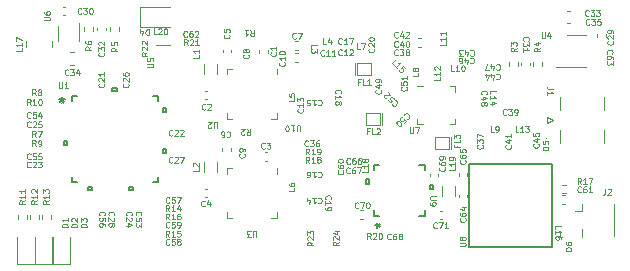
<source format=gto>
G04 #@! TF.GenerationSoftware,KiCad,Pcbnew,(5.99.0-6542-g16b0689841)*
G04 #@! TF.CreationDate,2021-04-04T12:37:49-07:00*
G04 #@! TF.ProjectId,LoRa-GW-FeatherWing,4c6f5261-2d47-4572-9d46-656174686572,rev?*
G04 #@! TF.SameCoordinates,Original*
G04 #@! TF.FileFunction,Legend,Top*
G04 #@! TF.FilePolarity,Positive*
%FSLAX46Y46*%
G04 Gerber Fmt 4.6, Leading zero omitted, Abs format (unit mm)*
G04 Created by KiCad (PCBNEW (5.99.0-6542-g16b0689841)) date 2021-04-04 12:37:49*
%MOMM*%
%LPD*%
G01*
G04 APERTURE LIST*
%ADD10C,0.125000*%
%ADD11C,0.015000*%
%ADD12C,0.150000*%
%ADD13C,0.120000*%
%ADD14C,0.127000*%
%ADD15C,0.152400*%
%ADD16C,0.100000*%
G04 APERTURE END LIST*
D10*
G04 #@! TO.C,C35*
X152003571Y-57903571D02*
X151979761Y-57927380D01*
X151908333Y-57951190D01*
X151860714Y-57951190D01*
X151789285Y-57927380D01*
X151741666Y-57879761D01*
X151717857Y-57832142D01*
X151694047Y-57736904D01*
X151694047Y-57665476D01*
X151717857Y-57570238D01*
X151741666Y-57522619D01*
X151789285Y-57475000D01*
X151860714Y-57451190D01*
X151908333Y-57451190D01*
X151979761Y-57475000D01*
X152003571Y-57498809D01*
X152170238Y-57451190D02*
X152479761Y-57451190D01*
X152313095Y-57641666D01*
X152384523Y-57641666D01*
X152432142Y-57665476D01*
X152455952Y-57689285D01*
X152479761Y-57736904D01*
X152479761Y-57855952D01*
X152455952Y-57903571D01*
X152432142Y-57927380D01*
X152384523Y-57951190D01*
X152241666Y-57951190D01*
X152194047Y-57927380D01*
X152170238Y-57903571D01*
X152932142Y-57451190D02*
X152694047Y-57451190D01*
X152670238Y-57689285D01*
X152694047Y-57665476D01*
X152741666Y-57641666D01*
X152860714Y-57641666D01*
X152908333Y-57665476D01*
X152932142Y-57689285D01*
X152955952Y-57736904D01*
X152955952Y-57855952D01*
X152932142Y-57903571D01*
X152908333Y-57927380D01*
X152860714Y-57951190D01*
X152741666Y-57951190D01*
X152694047Y-57927380D01*
X152670238Y-57903571D01*
G04 #@! TO.C,C33*
X151928571Y-57153571D02*
X151904761Y-57177380D01*
X151833333Y-57201190D01*
X151785714Y-57201190D01*
X151714285Y-57177380D01*
X151666666Y-57129761D01*
X151642857Y-57082142D01*
X151619047Y-56986904D01*
X151619047Y-56915476D01*
X151642857Y-56820238D01*
X151666666Y-56772619D01*
X151714285Y-56725000D01*
X151785714Y-56701190D01*
X151833333Y-56701190D01*
X151904761Y-56725000D01*
X151928571Y-56748809D01*
X152095238Y-56701190D02*
X152404761Y-56701190D01*
X152238095Y-56891666D01*
X152309523Y-56891666D01*
X152357142Y-56915476D01*
X152380952Y-56939285D01*
X152404761Y-56986904D01*
X152404761Y-57105952D01*
X152380952Y-57153571D01*
X152357142Y-57177380D01*
X152309523Y-57201190D01*
X152166666Y-57201190D01*
X152119047Y-57177380D01*
X152095238Y-57153571D01*
X152571428Y-56701190D02*
X152880952Y-56701190D01*
X152714285Y-56891666D01*
X152785714Y-56891666D01*
X152833333Y-56915476D01*
X152857142Y-56939285D01*
X152880952Y-56986904D01*
X152880952Y-57105952D01*
X152857142Y-57153571D01*
X152833333Y-57177380D01*
X152785714Y-57201190D01*
X152642857Y-57201190D01*
X152595238Y-57177380D01*
X152571428Y-57153571D01*
G04 #@! TO.C,C42*
X135778571Y-58978571D02*
X135754761Y-59002380D01*
X135683333Y-59026190D01*
X135635714Y-59026190D01*
X135564285Y-59002380D01*
X135516666Y-58954761D01*
X135492857Y-58907142D01*
X135469047Y-58811904D01*
X135469047Y-58740476D01*
X135492857Y-58645238D01*
X135516666Y-58597619D01*
X135564285Y-58550000D01*
X135635714Y-58526190D01*
X135683333Y-58526190D01*
X135754761Y-58550000D01*
X135778571Y-58573809D01*
X136207142Y-58692857D02*
X136207142Y-59026190D01*
X136088095Y-58502380D02*
X135969047Y-58859523D01*
X136278571Y-58859523D01*
X136445238Y-58573809D02*
X136469047Y-58550000D01*
X136516666Y-58526190D01*
X136635714Y-58526190D01*
X136683333Y-58550000D01*
X136707142Y-58573809D01*
X136730952Y-58621428D01*
X136730952Y-58669047D01*
X136707142Y-58740476D01*
X136421428Y-59026190D01*
X136730952Y-59026190D01*
G04 #@! TO.C,D1*
X107826190Y-75069047D02*
X107326190Y-75069047D01*
X107326190Y-74950000D01*
X107350000Y-74878571D01*
X107397619Y-74830952D01*
X107445238Y-74807142D01*
X107540476Y-74783333D01*
X107611904Y-74783333D01*
X107707142Y-74807142D01*
X107754761Y-74830952D01*
X107802380Y-74878571D01*
X107826190Y-74950000D01*
X107826190Y-75069047D01*
X107826190Y-74307142D02*
X107826190Y-74592857D01*
X107826190Y-74450000D02*
X107326190Y-74450000D01*
X107397619Y-74497619D01*
X107445238Y-74545238D01*
X107469047Y-74592857D01*
G04 #@! TO.C,C2*
X119466666Y-65078571D02*
X119442857Y-65102380D01*
X119371428Y-65126190D01*
X119323809Y-65126190D01*
X119252380Y-65102380D01*
X119204761Y-65054761D01*
X119180952Y-65007142D01*
X119157142Y-64911904D01*
X119157142Y-64840476D01*
X119180952Y-64745238D01*
X119204761Y-64697619D01*
X119252380Y-64650000D01*
X119323809Y-64626190D01*
X119371428Y-64626190D01*
X119442857Y-64650000D01*
X119466666Y-64673809D01*
X119657142Y-64673809D02*
X119680952Y-64650000D01*
X119728571Y-64626190D01*
X119847619Y-64626190D01*
X119895238Y-64650000D01*
X119919047Y-64673809D01*
X119942857Y-64721428D01*
X119942857Y-64769047D01*
X119919047Y-64840476D01*
X119633333Y-65126190D01*
X119942857Y-65126190D01*
G04 #@! TO.C,L5*
X127026190Y-64183333D02*
X127026190Y-64421428D01*
X126526190Y-64421428D01*
X126526190Y-63778571D02*
X126526190Y-64016666D01*
X126764285Y-64040476D01*
X126740476Y-64016666D01*
X126716666Y-63969047D01*
X126716666Y-63850000D01*
X126740476Y-63802380D01*
X126764285Y-63778571D01*
X126811904Y-63754761D01*
X126930952Y-63754761D01*
X126978571Y-63778571D01*
X127002380Y-63802380D01*
X127026190Y-63850000D01*
X127026190Y-63969047D01*
X127002380Y-64016666D01*
X126978571Y-64040476D01*
G04 #@! TO.C,L1*
X118926190Y-60483333D02*
X118926190Y-60721428D01*
X118426190Y-60721428D01*
X118926190Y-60054761D02*
X118926190Y-60340476D01*
X118926190Y-60197619D02*
X118426190Y-60197619D01*
X118497619Y-60245238D01*
X118545238Y-60292857D01*
X118569047Y-60340476D01*
G04 #@! TO.C,U8*
X141026190Y-76680952D02*
X141430952Y-76680952D01*
X141478571Y-76657142D01*
X141502380Y-76633333D01*
X141526190Y-76585714D01*
X141526190Y-76490476D01*
X141502380Y-76442857D01*
X141478571Y-76419047D01*
X141430952Y-76395238D01*
X141026190Y-76395238D01*
X141240476Y-76085714D02*
X141216666Y-76133333D01*
X141192857Y-76157142D01*
X141145238Y-76180952D01*
X141121428Y-76180952D01*
X141073809Y-76157142D01*
X141050000Y-76133333D01*
X141026190Y-76085714D01*
X141026190Y-75990476D01*
X141050000Y-75942857D01*
X141073809Y-75919047D01*
X141121428Y-75895238D01*
X141145238Y-75895238D01*
X141192857Y-75919047D01*
X141216666Y-75942857D01*
X141240476Y-75990476D01*
X141240476Y-76085714D01*
X141264285Y-76133333D01*
X141288095Y-76157142D01*
X141335714Y-76180952D01*
X141430952Y-76180952D01*
X141478571Y-76157142D01*
X141502380Y-76133333D01*
X141526190Y-76085714D01*
X141526190Y-75990476D01*
X141502380Y-75942857D01*
X141478571Y-75919047D01*
X141430952Y-75895238D01*
X141335714Y-75895238D01*
X141288095Y-75919047D01*
X141264285Y-75942857D01*
X141240476Y-75990476D01*
D11*
X149642857Y-75876190D02*
X149357142Y-75876190D01*
X149500000Y-75876190D02*
X149500000Y-75376190D01*
X149452380Y-75447619D01*
X149404761Y-75495238D01*
X149357142Y-75519047D01*
D10*
G04 #@! TO.C,U10*
X127519047Y-66973809D02*
X127519047Y-66569047D01*
X127495238Y-66521428D01*
X127471428Y-66497619D01*
X127423809Y-66473809D01*
X127328571Y-66473809D01*
X127280952Y-66497619D01*
X127257142Y-66521428D01*
X127233333Y-66569047D01*
X127233333Y-66973809D01*
X126733333Y-66473809D02*
X127019047Y-66473809D01*
X126876190Y-66473809D02*
X126876190Y-66973809D01*
X126923809Y-66902380D01*
X126971428Y-66854761D01*
X127019047Y-66830952D01*
X126423809Y-66973809D02*
X126376190Y-66973809D01*
X126328571Y-66950000D01*
X126304761Y-66926190D01*
X126280952Y-66878571D01*
X126257142Y-66783333D01*
X126257142Y-66664285D01*
X126280952Y-66569047D01*
X126304761Y-66521428D01*
X126328571Y-66497619D01*
X126376190Y-66473809D01*
X126423809Y-66473809D01*
X126471428Y-66497619D01*
X126495238Y-66521428D01*
X126519047Y-66569047D01*
X126542857Y-66664285D01*
X126542857Y-66783333D01*
X126519047Y-66878571D01*
X126495238Y-66926190D01*
X126471428Y-66950000D01*
X126423809Y-66973809D01*
G04 #@! TO.C,C16*
X129021428Y-70421428D02*
X129045238Y-70397619D01*
X129116666Y-70373809D01*
X129164285Y-70373809D01*
X129235714Y-70397619D01*
X129283333Y-70445238D01*
X129307142Y-70492857D01*
X129330952Y-70588095D01*
X129330952Y-70659523D01*
X129307142Y-70754761D01*
X129283333Y-70802380D01*
X129235714Y-70850000D01*
X129164285Y-70873809D01*
X129116666Y-70873809D01*
X129045238Y-70850000D01*
X129021428Y-70826190D01*
X128545238Y-70373809D02*
X128830952Y-70373809D01*
X128688095Y-70373809D02*
X128688095Y-70873809D01*
X128735714Y-70802380D01*
X128783333Y-70754761D01*
X128830952Y-70730952D01*
X128116666Y-70873809D02*
X128211904Y-70873809D01*
X128259523Y-70850000D01*
X128283333Y-70826190D01*
X128330952Y-70754761D01*
X128354761Y-70659523D01*
X128354761Y-70469047D01*
X128330952Y-70421428D01*
X128307142Y-70397619D01*
X128259523Y-70373809D01*
X128164285Y-70373809D01*
X128116666Y-70397619D01*
X128092857Y-70421428D01*
X128069047Y-70469047D01*
X128069047Y-70588095D01*
X128092857Y-70635714D01*
X128116666Y-70659523D01*
X128164285Y-70683333D01*
X128259523Y-70683333D01*
X128307142Y-70659523D01*
X128330952Y-70635714D01*
X128354761Y-70588095D01*
G04 #@! TO.C,R4*
X147826190Y-59883333D02*
X147588095Y-60050000D01*
X147826190Y-60169047D02*
X147326190Y-60169047D01*
X147326190Y-59978571D01*
X147350000Y-59930952D01*
X147373809Y-59907142D01*
X147421428Y-59883333D01*
X147492857Y-59883333D01*
X147540476Y-59907142D01*
X147564285Y-59930952D01*
X147588095Y-59978571D01*
X147588095Y-60169047D01*
X147492857Y-59454761D02*
X147826190Y-59454761D01*
X147302380Y-59573809D02*
X147659523Y-59692857D01*
X147659523Y-59383333D01*
G04 #@! TO.C,L15*
X135412774Y-61332656D02*
X135244416Y-61164297D01*
X135597969Y-60810744D01*
X135715820Y-61635702D02*
X135513790Y-61433671D01*
X135614805Y-61534687D02*
X135968358Y-61181133D01*
X135884179Y-61197969D01*
X135816835Y-61197969D01*
X135766328Y-61181133D01*
X136389255Y-61602030D02*
X136220896Y-61433671D01*
X136035702Y-61585194D01*
X136069374Y-61585194D01*
X136119881Y-61602030D01*
X136204061Y-61686209D01*
X136220896Y-61736717D01*
X136220896Y-61770389D01*
X136204061Y-61820896D01*
X136119881Y-61905076D01*
X136069374Y-61921912D01*
X136035702Y-61921912D01*
X135985194Y-61905076D01*
X135901015Y-61820896D01*
X135884179Y-61770389D01*
X135884179Y-61736717D01*
G04 #@! TO.C,C50*
X136301015Y-65596446D02*
X136301015Y-65562774D01*
X136334687Y-65495431D01*
X136368358Y-65461759D01*
X136435702Y-65428087D01*
X136503045Y-65428087D01*
X136553553Y-65444923D01*
X136637732Y-65495431D01*
X136688240Y-65545938D01*
X136738748Y-65630118D01*
X136755583Y-65680625D01*
X136755583Y-65747969D01*
X136721912Y-65815312D01*
X136688240Y-65848984D01*
X136620896Y-65882656D01*
X136587225Y-65882656D01*
X136301015Y-66236209D02*
X136469374Y-66067851D01*
X136317851Y-65882656D01*
X136317851Y-65916328D01*
X136301015Y-65966835D01*
X136216835Y-66051015D01*
X136166328Y-66067851D01*
X136132656Y-66067851D01*
X136082148Y-66051015D01*
X135997969Y-65966835D01*
X135981133Y-65916328D01*
X135981133Y-65882656D01*
X135997969Y-65832148D01*
X136082148Y-65747969D01*
X136132656Y-65731133D01*
X136166328Y-65731133D01*
X136065312Y-66471912D02*
X136031641Y-66505583D01*
X135981133Y-66522419D01*
X135947461Y-66522419D01*
X135896954Y-66505583D01*
X135812774Y-66455076D01*
X135728595Y-66370896D01*
X135678087Y-66286717D01*
X135661251Y-66236209D01*
X135661251Y-66202538D01*
X135678087Y-66152030D01*
X135711759Y-66118358D01*
X135762267Y-66101522D01*
X135795938Y-66101522D01*
X135846446Y-66118358D01*
X135930625Y-66168866D01*
X136014805Y-66253045D01*
X136065312Y-66337225D01*
X136082148Y-66387732D01*
X136082148Y-66421404D01*
X136065312Y-66471912D01*
G04 #@! TO.C,C53*
X113621428Y-74078571D02*
X113597619Y-74054761D01*
X113573809Y-73983333D01*
X113573809Y-73935714D01*
X113597619Y-73864285D01*
X113645238Y-73816666D01*
X113692857Y-73792857D01*
X113788095Y-73769047D01*
X113859523Y-73769047D01*
X113954761Y-73792857D01*
X114002380Y-73816666D01*
X114050000Y-73864285D01*
X114073809Y-73935714D01*
X114073809Y-73983333D01*
X114050000Y-74054761D01*
X114026190Y-74078571D01*
X114073809Y-74530952D02*
X114073809Y-74292857D01*
X113835714Y-74269047D01*
X113859523Y-74292857D01*
X113883333Y-74340476D01*
X113883333Y-74459523D01*
X113859523Y-74507142D01*
X113835714Y-74530952D01*
X113788095Y-74554761D01*
X113669047Y-74554761D01*
X113621428Y-74530952D01*
X113597619Y-74507142D01*
X113573809Y-74459523D01*
X113573809Y-74340476D01*
X113597619Y-74292857D01*
X113621428Y-74269047D01*
X114073809Y-74721428D02*
X114073809Y-75030952D01*
X113883333Y-74864285D01*
X113883333Y-74935714D01*
X113859523Y-74983333D01*
X113835714Y-75007142D01*
X113788095Y-75030952D01*
X113669047Y-75030952D01*
X113621428Y-75007142D01*
X113597619Y-74983333D01*
X113573809Y-74935714D01*
X113573809Y-74792857D01*
X113597619Y-74745238D01*
X113621428Y-74721428D01*
G04 #@! TO.C,R10*
X104678571Y-64726190D02*
X104511904Y-64488095D01*
X104392857Y-64726190D02*
X104392857Y-64226190D01*
X104583333Y-64226190D01*
X104630952Y-64250000D01*
X104654761Y-64273809D01*
X104678571Y-64321428D01*
X104678571Y-64392857D01*
X104654761Y-64440476D01*
X104630952Y-64464285D01*
X104583333Y-64488095D01*
X104392857Y-64488095D01*
X105154761Y-64726190D02*
X104869047Y-64726190D01*
X105011904Y-64726190D02*
X105011904Y-64226190D01*
X104964285Y-64297619D01*
X104916666Y-64345238D01*
X104869047Y-64369047D01*
X105464285Y-64226190D02*
X105511904Y-64226190D01*
X105559523Y-64250000D01*
X105583333Y-64273809D01*
X105607142Y-64321428D01*
X105630952Y-64416666D01*
X105630952Y-64535714D01*
X105607142Y-64630952D01*
X105583333Y-64678571D01*
X105559523Y-64702380D01*
X105511904Y-64726190D01*
X105464285Y-64726190D01*
X105416666Y-64702380D01*
X105392857Y-64678571D01*
X105369047Y-64630952D01*
X105345238Y-64535714D01*
X105345238Y-64416666D01*
X105369047Y-64321428D01*
X105392857Y-64273809D01*
X105416666Y-64250000D01*
X105464285Y-64226190D01*
G04 #@! TO.C,C28*
X111321428Y-74078571D02*
X111297619Y-74054761D01*
X111273809Y-73983333D01*
X111273809Y-73935714D01*
X111297619Y-73864285D01*
X111345238Y-73816666D01*
X111392857Y-73792857D01*
X111488095Y-73769047D01*
X111559523Y-73769047D01*
X111654761Y-73792857D01*
X111702380Y-73816666D01*
X111750000Y-73864285D01*
X111773809Y-73935714D01*
X111773809Y-73983333D01*
X111750000Y-74054761D01*
X111726190Y-74078571D01*
X111726190Y-74269047D02*
X111750000Y-74292857D01*
X111773809Y-74340476D01*
X111773809Y-74459523D01*
X111750000Y-74507142D01*
X111726190Y-74530952D01*
X111678571Y-74554761D01*
X111630952Y-74554761D01*
X111559523Y-74530952D01*
X111273809Y-74245238D01*
X111273809Y-74554761D01*
X111559523Y-74840476D02*
X111583333Y-74792857D01*
X111607142Y-74769047D01*
X111654761Y-74745238D01*
X111678571Y-74745238D01*
X111726190Y-74769047D01*
X111750000Y-74792857D01*
X111773809Y-74840476D01*
X111773809Y-74935714D01*
X111750000Y-74983333D01*
X111726190Y-75007142D01*
X111678571Y-75030952D01*
X111654761Y-75030952D01*
X111607142Y-75007142D01*
X111583333Y-74983333D01*
X111559523Y-74935714D01*
X111559523Y-74840476D01*
X111535714Y-74792857D01*
X111511904Y-74769047D01*
X111464285Y-74745238D01*
X111369047Y-74745238D01*
X111321428Y-74769047D01*
X111297619Y-74792857D01*
X111273809Y-74840476D01*
X111273809Y-74935714D01*
X111297619Y-74983333D01*
X111321428Y-75007142D01*
X111369047Y-75030952D01*
X111464285Y-75030952D01*
X111511904Y-75007142D01*
X111535714Y-74983333D01*
X111559523Y-74935714D01*
G04 #@! TO.C,FL2*
X133330952Y-66964285D02*
X133164285Y-66964285D01*
X133164285Y-67226190D02*
X133164285Y-66726190D01*
X133402380Y-66726190D01*
X133830952Y-67226190D02*
X133592857Y-67226190D01*
X133592857Y-66726190D01*
X133973809Y-66773809D02*
X133997619Y-66750000D01*
X134045238Y-66726190D01*
X134164285Y-66726190D01*
X134211904Y-66750000D01*
X134235714Y-66773809D01*
X134259523Y-66821428D01*
X134259523Y-66869047D01*
X134235714Y-66940476D01*
X133950000Y-67226190D01*
X134259523Y-67226190D01*
G04 #@! TO.C,C3*
X124516666Y-68378571D02*
X124492857Y-68402380D01*
X124421428Y-68426190D01*
X124373809Y-68426190D01*
X124302380Y-68402380D01*
X124254761Y-68354761D01*
X124230952Y-68307142D01*
X124207142Y-68211904D01*
X124207142Y-68140476D01*
X124230952Y-68045238D01*
X124254761Y-67997619D01*
X124302380Y-67950000D01*
X124373809Y-67926190D01*
X124421428Y-67926190D01*
X124492857Y-67950000D01*
X124516666Y-67973809D01*
X124683333Y-67926190D02*
X124992857Y-67926190D01*
X124826190Y-68116666D01*
X124897619Y-68116666D01*
X124945238Y-68140476D01*
X124969047Y-68164285D01*
X124992857Y-68211904D01*
X124992857Y-68330952D01*
X124969047Y-68378571D01*
X124945238Y-68402380D01*
X124897619Y-68426190D01*
X124754761Y-68426190D01*
X124707142Y-68402380D01*
X124683333Y-68378571D01*
G04 #@! TO.C,R12*
X105226190Y-72821428D02*
X104988095Y-72988095D01*
X105226190Y-73107142D02*
X104726190Y-73107142D01*
X104726190Y-72916666D01*
X104750000Y-72869047D01*
X104773809Y-72845238D01*
X104821428Y-72821428D01*
X104892857Y-72821428D01*
X104940476Y-72845238D01*
X104964285Y-72869047D01*
X104988095Y-72916666D01*
X104988095Y-73107142D01*
X105226190Y-72345238D02*
X105226190Y-72630952D01*
X105226190Y-72488095D02*
X104726190Y-72488095D01*
X104797619Y-72535714D01*
X104845238Y-72583333D01*
X104869047Y-72630952D01*
X104773809Y-72154761D02*
X104750000Y-72130952D01*
X104726190Y-72083333D01*
X104726190Y-71964285D01*
X104750000Y-71916666D01*
X104773809Y-71892857D01*
X104821428Y-71869047D01*
X104869047Y-71869047D01*
X104940476Y-71892857D01*
X105226190Y-72178571D01*
X105226190Y-71869047D01*
G04 #@! TO.C,R5*
X112026190Y-59883333D02*
X111788095Y-60050000D01*
X112026190Y-60169047D02*
X111526190Y-60169047D01*
X111526190Y-59978571D01*
X111550000Y-59930952D01*
X111573809Y-59907142D01*
X111621428Y-59883333D01*
X111692857Y-59883333D01*
X111740476Y-59907142D01*
X111764285Y-59930952D01*
X111788095Y-59978571D01*
X111788095Y-60169047D01*
X111526190Y-59430952D02*
X111526190Y-59669047D01*
X111764285Y-59692857D01*
X111740476Y-59669047D01*
X111716666Y-59621428D01*
X111716666Y-59502380D01*
X111740476Y-59454761D01*
X111764285Y-59430952D01*
X111811904Y-59407142D01*
X111930952Y-59407142D01*
X111978571Y-59430952D01*
X112002380Y-59454761D01*
X112026190Y-59502380D01*
X112026190Y-59621428D01*
X112002380Y-59669047D01*
X111978571Y-59692857D01*
G04 #@! TO.C,C30*
X108978571Y-56978571D02*
X108954761Y-57002380D01*
X108883333Y-57026190D01*
X108835714Y-57026190D01*
X108764285Y-57002380D01*
X108716666Y-56954761D01*
X108692857Y-56907142D01*
X108669047Y-56811904D01*
X108669047Y-56740476D01*
X108692857Y-56645238D01*
X108716666Y-56597619D01*
X108764285Y-56550000D01*
X108835714Y-56526190D01*
X108883333Y-56526190D01*
X108954761Y-56550000D01*
X108978571Y-56573809D01*
X109145238Y-56526190D02*
X109454761Y-56526190D01*
X109288095Y-56716666D01*
X109359523Y-56716666D01*
X109407142Y-56740476D01*
X109430952Y-56764285D01*
X109454761Y-56811904D01*
X109454761Y-56930952D01*
X109430952Y-56978571D01*
X109407142Y-57002380D01*
X109359523Y-57026190D01*
X109216666Y-57026190D01*
X109169047Y-57002380D01*
X109145238Y-56978571D01*
X109764285Y-56526190D02*
X109811904Y-56526190D01*
X109859523Y-56550000D01*
X109883333Y-56573809D01*
X109907142Y-56621428D01*
X109930952Y-56716666D01*
X109930952Y-56835714D01*
X109907142Y-56930952D01*
X109883333Y-56978571D01*
X109859523Y-57002380D01*
X109811904Y-57026190D01*
X109764285Y-57026190D01*
X109716666Y-57002380D01*
X109692857Y-56978571D01*
X109669047Y-56930952D01*
X109645238Y-56835714D01*
X109645238Y-56716666D01*
X109669047Y-56621428D01*
X109692857Y-56573809D01*
X109716666Y-56550000D01*
X109764285Y-56526190D01*
G04 #@! TO.C,C12*
X131028571Y-60478571D02*
X131004761Y-60502380D01*
X130933333Y-60526190D01*
X130885714Y-60526190D01*
X130814285Y-60502380D01*
X130766666Y-60454761D01*
X130742857Y-60407142D01*
X130719047Y-60311904D01*
X130719047Y-60240476D01*
X130742857Y-60145238D01*
X130766666Y-60097619D01*
X130814285Y-60050000D01*
X130885714Y-60026190D01*
X130933333Y-60026190D01*
X131004761Y-60050000D01*
X131028571Y-60073809D01*
X131504761Y-60526190D02*
X131219047Y-60526190D01*
X131361904Y-60526190D02*
X131361904Y-60026190D01*
X131314285Y-60097619D01*
X131266666Y-60145238D01*
X131219047Y-60169047D01*
X131695238Y-60073809D02*
X131719047Y-60050000D01*
X131766666Y-60026190D01*
X131885714Y-60026190D01*
X131933333Y-60050000D01*
X131957142Y-60073809D01*
X131980952Y-60121428D01*
X131980952Y-60169047D01*
X131957142Y-60240476D01*
X131671428Y-60526190D01*
X131980952Y-60526190D01*
G04 #@! TO.C,C39*
X144978571Y-65528571D02*
X144954761Y-65552380D01*
X144883333Y-65576190D01*
X144835714Y-65576190D01*
X144764285Y-65552380D01*
X144716666Y-65504761D01*
X144692857Y-65457142D01*
X144669047Y-65361904D01*
X144669047Y-65290476D01*
X144692857Y-65195238D01*
X144716666Y-65147619D01*
X144764285Y-65100000D01*
X144835714Y-65076190D01*
X144883333Y-65076190D01*
X144954761Y-65100000D01*
X144978571Y-65123809D01*
X145145238Y-65076190D02*
X145454761Y-65076190D01*
X145288095Y-65266666D01*
X145359523Y-65266666D01*
X145407142Y-65290476D01*
X145430952Y-65314285D01*
X145454761Y-65361904D01*
X145454761Y-65480952D01*
X145430952Y-65528571D01*
X145407142Y-65552380D01*
X145359523Y-65576190D01*
X145216666Y-65576190D01*
X145169047Y-65552380D01*
X145145238Y-65528571D01*
X145692857Y-65576190D02*
X145788095Y-65576190D01*
X145835714Y-65552380D01*
X145859523Y-65528571D01*
X145907142Y-65457142D01*
X145930952Y-65361904D01*
X145930952Y-65171428D01*
X145907142Y-65123809D01*
X145883333Y-65100000D01*
X145835714Y-65076190D01*
X145740476Y-65076190D01*
X145692857Y-65100000D01*
X145669047Y-65123809D01*
X145645238Y-65171428D01*
X145645238Y-65290476D01*
X145669047Y-65338095D01*
X145692857Y-65361904D01*
X145740476Y-65385714D01*
X145835714Y-65385714D01*
X145883333Y-65361904D01*
X145907142Y-65338095D01*
X145930952Y-65290476D01*
G04 #@! TO.C,C65*
X141478571Y-69421428D02*
X141502380Y-69445238D01*
X141526190Y-69516666D01*
X141526190Y-69564285D01*
X141502380Y-69635714D01*
X141454761Y-69683333D01*
X141407142Y-69707142D01*
X141311904Y-69730952D01*
X141240476Y-69730952D01*
X141145238Y-69707142D01*
X141097619Y-69683333D01*
X141050000Y-69635714D01*
X141026190Y-69564285D01*
X141026190Y-69516666D01*
X141050000Y-69445238D01*
X141073809Y-69421428D01*
X141026190Y-68992857D02*
X141026190Y-69088095D01*
X141050000Y-69135714D01*
X141073809Y-69159523D01*
X141145238Y-69207142D01*
X141240476Y-69230952D01*
X141430952Y-69230952D01*
X141478571Y-69207142D01*
X141502380Y-69183333D01*
X141526190Y-69135714D01*
X141526190Y-69040476D01*
X141502380Y-68992857D01*
X141478571Y-68969047D01*
X141430952Y-68945238D01*
X141311904Y-68945238D01*
X141264285Y-68969047D01*
X141240476Y-68992857D01*
X141216666Y-69040476D01*
X141216666Y-69135714D01*
X141240476Y-69183333D01*
X141264285Y-69207142D01*
X141311904Y-69230952D01*
X141026190Y-68492857D02*
X141026190Y-68730952D01*
X141264285Y-68754761D01*
X141240476Y-68730952D01*
X141216666Y-68683333D01*
X141216666Y-68564285D01*
X141240476Y-68516666D01*
X141264285Y-68492857D01*
X141311904Y-68469047D01*
X141430952Y-68469047D01*
X141478571Y-68492857D01*
X141502380Y-68516666D01*
X141526190Y-68564285D01*
X141526190Y-68683333D01*
X141502380Y-68730952D01*
X141478571Y-68754761D01*
G04 #@! TO.C,C40*
X135778571Y-59778571D02*
X135754761Y-59802380D01*
X135683333Y-59826190D01*
X135635714Y-59826190D01*
X135564285Y-59802380D01*
X135516666Y-59754761D01*
X135492857Y-59707142D01*
X135469047Y-59611904D01*
X135469047Y-59540476D01*
X135492857Y-59445238D01*
X135516666Y-59397619D01*
X135564285Y-59350000D01*
X135635714Y-59326190D01*
X135683333Y-59326190D01*
X135754761Y-59350000D01*
X135778571Y-59373809D01*
X136207142Y-59492857D02*
X136207142Y-59826190D01*
X136088095Y-59302380D02*
X135969047Y-59659523D01*
X136278571Y-59659523D01*
X136564285Y-59326190D02*
X136611904Y-59326190D01*
X136659523Y-59350000D01*
X136683333Y-59373809D01*
X136707142Y-59421428D01*
X136730952Y-59516666D01*
X136730952Y-59635714D01*
X136707142Y-59730952D01*
X136683333Y-59778571D01*
X136659523Y-59802380D01*
X136611904Y-59826190D01*
X136564285Y-59826190D01*
X136516666Y-59802380D01*
X136492857Y-59778571D01*
X136469047Y-59730952D01*
X136445238Y-59635714D01*
X136445238Y-59516666D01*
X136469047Y-59421428D01*
X136492857Y-59373809D01*
X136516666Y-59350000D01*
X136564285Y-59326190D01*
G04 #@! TO.C,C5*
X121478571Y-58783333D02*
X121502380Y-58807142D01*
X121526190Y-58878571D01*
X121526190Y-58926190D01*
X121502380Y-58997619D01*
X121454761Y-59045238D01*
X121407142Y-59069047D01*
X121311904Y-59092857D01*
X121240476Y-59092857D01*
X121145238Y-59069047D01*
X121097619Y-59045238D01*
X121050000Y-58997619D01*
X121026190Y-58926190D01*
X121026190Y-58878571D01*
X121050000Y-58807142D01*
X121073809Y-58783333D01*
X121026190Y-58330952D02*
X121026190Y-58569047D01*
X121264285Y-58592857D01*
X121240476Y-58569047D01*
X121216666Y-58521428D01*
X121216666Y-58402380D01*
X121240476Y-58354761D01*
X121264285Y-58330952D01*
X121311904Y-58307142D01*
X121430952Y-58307142D01*
X121478571Y-58330952D01*
X121502380Y-58354761D01*
X121526190Y-58402380D01*
X121526190Y-58521428D01*
X121502380Y-58569047D01*
X121478571Y-58592857D01*
G04 #@! TO.C,C46*
X141916428Y-60771428D02*
X141940238Y-60747619D01*
X142011666Y-60723809D01*
X142059285Y-60723809D01*
X142130714Y-60747619D01*
X142178333Y-60795238D01*
X142202142Y-60842857D01*
X142225952Y-60938095D01*
X142225952Y-61009523D01*
X142202142Y-61104761D01*
X142178333Y-61152380D01*
X142130714Y-61200000D01*
X142059285Y-61223809D01*
X142011666Y-61223809D01*
X141940238Y-61200000D01*
X141916428Y-61176190D01*
X141487857Y-61057142D02*
X141487857Y-60723809D01*
X141606904Y-61247619D02*
X141725952Y-60890476D01*
X141416428Y-60890476D01*
X141011666Y-61223809D02*
X141106904Y-61223809D01*
X141154523Y-61200000D01*
X141178333Y-61176190D01*
X141225952Y-61104761D01*
X141249761Y-61009523D01*
X141249761Y-60819047D01*
X141225952Y-60771428D01*
X141202142Y-60747619D01*
X141154523Y-60723809D01*
X141059285Y-60723809D01*
X141011666Y-60747619D01*
X140987857Y-60771428D01*
X140964047Y-60819047D01*
X140964047Y-60938095D01*
X140987857Y-60985714D01*
X141011666Y-61009523D01*
X141059285Y-61033333D01*
X141154523Y-61033333D01*
X141202142Y-61009523D01*
X141225952Y-60985714D01*
X141249761Y-60938095D01*
G04 #@! TO.C,J1*
X148923809Y-63383333D02*
X148566666Y-63383333D01*
X148495238Y-63359523D01*
X148447619Y-63311904D01*
X148423809Y-63240476D01*
X148423809Y-63192857D01*
X148423809Y-63883333D02*
X148423809Y-63597619D01*
X148423809Y-63740476D02*
X148923809Y-63740476D01*
X148852380Y-63692857D01*
X148804761Y-63645238D01*
X148780952Y-63597619D01*
G04 #@! TO.C,L4*
X129716666Y-59576190D02*
X129478571Y-59576190D01*
X129478571Y-59076190D01*
X130097619Y-59242857D02*
X130097619Y-59576190D01*
X129978571Y-59052380D02*
X129859523Y-59409523D01*
X130169047Y-59409523D01*
G04 #@! TO.C,C55*
X104678571Y-69278571D02*
X104654761Y-69302380D01*
X104583333Y-69326190D01*
X104535714Y-69326190D01*
X104464285Y-69302380D01*
X104416666Y-69254761D01*
X104392857Y-69207142D01*
X104369047Y-69111904D01*
X104369047Y-69040476D01*
X104392857Y-68945238D01*
X104416666Y-68897619D01*
X104464285Y-68850000D01*
X104535714Y-68826190D01*
X104583333Y-68826190D01*
X104654761Y-68850000D01*
X104678571Y-68873809D01*
X105130952Y-68826190D02*
X104892857Y-68826190D01*
X104869047Y-69064285D01*
X104892857Y-69040476D01*
X104940476Y-69016666D01*
X105059523Y-69016666D01*
X105107142Y-69040476D01*
X105130952Y-69064285D01*
X105154761Y-69111904D01*
X105154761Y-69230952D01*
X105130952Y-69278571D01*
X105107142Y-69302380D01*
X105059523Y-69326190D01*
X104940476Y-69326190D01*
X104892857Y-69302380D01*
X104869047Y-69278571D01*
X105607142Y-68826190D02*
X105369047Y-68826190D01*
X105345238Y-69064285D01*
X105369047Y-69040476D01*
X105416666Y-69016666D01*
X105535714Y-69016666D01*
X105583333Y-69040476D01*
X105607142Y-69064285D01*
X105630952Y-69111904D01*
X105630952Y-69230952D01*
X105607142Y-69278571D01*
X105583333Y-69302380D01*
X105535714Y-69326190D01*
X105416666Y-69326190D01*
X105369047Y-69302380D01*
X105345238Y-69278571D01*
G04 #@! TO.C,R18*
X128278571Y-69626190D02*
X128111904Y-69388095D01*
X127992857Y-69626190D02*
X127992857Y-69126190D01*
X128183333Y-69126190D01*
X128230952Y-69150000D01*
X128254761Y-69173809D01*
X128278571Y-69221428D01*
X128278571Y-69292857D01*
X128254761Y-69340476D01*
X128230952Y-69364285D01*
X128183333Y-69388095D01*
X127992857Y-69388095D01*
X128754761Y-69626190D02*
X128469047Y-69626190D01*
X128611904Y-69626190D02*
X128611904Y-69126190D01*
X128564285Y-69197619D01*
X128516666Y-69245238D01*
X128469047Y-69269047D01*
X129040476Y-69340476D02*
X128992857Y-69316666D01*
X128969047Y-69292857D01*
X128945238Y-69245238D01*
X128945238Y-69221428D01*
X128969047Y-69173809D01*
X128992857Y-69150000D01*
X129040476Y-69126190D01*
X129135714Y-69126190D01*
X129183333Y-69150000D01*
X129207142Y-69173809D01*
X129230952Y-69221428D01*
X129230952Y-69245238D01*
X129207142Y-69292857D01*
X129183333Y-69316666D01*
X129135714Y-69340476D01*
X129040476Y-69340476D01*
X128992857Y-69364285D01*
X128969047Y-69388095D01*
X128945238Y-69435714D01*
X128945238Y-69530952D01*
X128969047Y-69578571D01*
X128992857Y-69602380D01*
X129040476Y-69626190D01*
X129135714Y-69626190D01*
X129183333Y-69602380D01*
X129207142Y-69578571D01*
X129230952Y-69530952D01*
X129230952Y-69435714D01*
X129207142Y-69388095D01*
X129183333Y-69364285D01*
X129135714Y-69340476D01*
G04 #@! TO.C,U6*
X105826190Y-57580952D02*
X106230952Y-57580952D01*
X106278571Y-57557142D01*
X106302380Y-57533333D01*
X106326190Y-57485714D01*
X106326190Y-57390476D01*
X106302380Y-57342857D01*
X106278571Y-57319047D01*
X106230952Y-57295238D01*
X105826190Y-57295238D01*
X105826190Y-56842857D02*
X105826190Y-56938095D01*
X105850000Y-56985714D01*
X105873809Y-57009523D01*
X105945238Y-57057142D01*
X106040476Y-57080952D01*
X106230952Y-57080952D01*
X106278571Y-57057142D01*
X106302380Y-57033333D01*
X106326190Y-56985714D01*
X106326190Y-56890476D01*
X106302380Y-56842857D01*
X106278571Y-56819047D01*
X106230952Y-56795238D01*
X106111904Y-56795238D01*
X106064285Y-56819047D01*
X106040476Y-56842857D01*
X106016666Y-56890476D01*
X106016666Y-56985714D01*
X106040476Y-57033333D01*
X106064285Y-57057142D01*
X106111904Y-57080952D01*
G04 #@! TO.C,R8*
X105116666Y-63926190D02*
X104950000Y-63688095D01*
X104830952Y-63926190D02*
X104830952Y-63426190D01*
X105021428Y-63426190D01*
X105069047Y-63450000D01*
X105092857Y-63473809D01*
X105116666Y-63521428D01*
X105116666Y-63592857D01*
X105092857Y-63640476D01*
X105069047Y-63664285D01*
X105021428Y-63688095D01*
X104830952Y-63688095D01*
X105402380Y-63640476D02*
X105354761Y-63616666D01*
X105330952Y-63592857D01*
X105307142Y-63545238D01*
X105307142Y-63521428D01*
X105330952Y-63473809D01*
X105354761Y-63450000D01*
X105402380Y-63426190D01*
X105497619Y-63426190D01*
X105545238Y-63450000D01*
X105569047Y-63473809D01*
X105592857Y-63521428D01*
X105592857Y-63545238D01*
X105569047Y-63592857D01*
X105545238Y-63616666D01*
X105497619Y-63640476D01*
X105402380Y-63640476D01*
X105354761Y-63664285D01*
X105330952Y-63688095D01*
X105307142Y-63735714D01*
X105307142Y-63830952D01*
X105330952Y-63878571D01*
X105354761Y-63902380D01*
X105402380Y-63926190D01*
X105497619Y-63926190D01*
X105545238Y-63902380D01*
X105569047Y-63878571D01*
X105592857Y-63830952D01*
X105592857Y-63735714D01*
X105569047Y-63688095D01*
X105545238Y-63664285D01*
X105497619Y-63640476D01*
G04 #@! TO.C,U3*
X123780952Y-75873809D02*
X123780952Y-75469047D01*
X123757142Y-75421428D01*
X123733333Y-75397619D01*
X123685714Y-75373809D01*
X123590476Y-75373809D01*
X123542857Y-75397619D01*
X123519047Y-75421428D01*
X123495238Y-75469047D01*
X123495238Y-75873809D01*
X123304761Y-75873809D02*
X122995238Y-75873809D01*
X123161904Y-75683333D01*
X123090476Y-75683333D01*
X123042857Y-75659523D01*
X123019047Y-75635714D01*
X122995238Y-75588095D01*
X122995238Y-75469047D01*
X123019047Y-75421428D01*
X123042857Y-75397619D01*
X123090476Y-75373809D01*
X123233333Y-75373809D01*
X123280952Y-75397619D01*
X123304761Y-75421428D01*
G04 #@! TO.C,L17*
X103926190Y-59921428D02*
X103926190Y-60159523D01*
X103426190Y-60159523D01*
X103926190Y-59492857D02*
X103926190Y-59778571D01*
X103926190Y-59635714D02*
X103426190Y-59635714D01*
X103497619Y-59683333D01*
X103545238Y-59730952D01*
X103569047Y-59778571D01*
X103426190Y-59326190D02*
X103426190Y-58992857D01*
X103926190Y-59207142D01*
G04 #@! TO.C,C6*
X121283333Y-67021428D02*
X121307142Y-66997619D01*
X121378571Y-66973809D01*
X121426190Y-66973809D01*
X121497619Y-66997619D01*
X121545238Y-67045238D01*
X121569047Y-67092857D01*
X121592857Y-67188095D01*
X121592857Y-67259523D01*
X121569047Y-67354761D01*
X121545238Y-67402380D01*
X121497619Y-67450000D01*
X121426190Y-67473809D01*
X121378571Y-67473809D01*
X121307142Y-67450000D01*
X121283333Y-67426190D01*
X120854761Y-67473809D02*
X120950000Y-67473809D01*
X120997619Y-67450000D01*
X121021428Y-67426190D01*
X121069047Y-67354761D01*
X121092857Y-67259523D01*
X121092857Y-67069047D01*
X121069047Y-67021428D01*
X121045238Y-66997619D01*
X120997619Y-66973809D01*
X120902380Y-66973809D01*
X120854761Y-66997619D01*
X120830952Y-67021428D01*
X120807142Y-67069047D01*
X120807142Y-67188095D01*
X120830952Y-67235714D01*
X120854761Y-67259523D01*
X120902380Y-67283333D01*
X120997619Y-67283333D01*
X121045238Y-67259523D01*
X121069047Y-67235714D01*
X121092857Y-67188095D01*
G04 #@! TO.C,U1*
X107069047Y-62826190D02*
X107069047Y-63230952D01*
X107092857Y-63278571D01*
X107116666Y-63302380D01*
X107164285Y-63326190D01*
X107259523Y-63326190D01*
X107307142Y-63302380D01*
X107330952Y-63278571D01*
X107354761Y-63230952D01*
X107354761Y-62826190D01*
X107854761Y-63326190D02*
X107569047Y-63326190D01*
X107711904Y-63326190D02*
X107711904Y-62826190D01*
X107664285Y-62897619D01*
X107616666Y-62945238D01*
X107569047Y-62969047D01*
X107355000Y-64351189D02*
X107355000Y-64470237D01*
X107235952Y-64422618D02*
X107355000Y-64470237D01*
X107474047Y-64422618D01*
X107283571Y-64565475D02*
X107355000Y-64470237D01*
X107426428Y-64565475D01*
D12*
X107355000Y-64077379D02*
X107355000Y-64315475D01*
X107116904Y-64220237D02*
X107355000Y-64315475D01*
X107593095Y-64220237D01*
X107212142Y-64505951D02*
X107355000Y-64315475D01*
X107497857Y-64505951D01*
D10*
G04 #@! TO.C,C68*
X135178571Y-76078571D02*
X135154761Y-76102380D01*
X135083333Y-76126190D01*
X135035714Y-76126190D01*
X134964285Y-76102380D01*
X134916666Y-76054761D01*
X134892857Y-76007142D01*
X134869047Y-75911904D01*
X134869047Y-75840476D01*
X134892857Y-75745238D01*
X134916666Y-75697619D01*
X134964285Y-75650000D01*
X135035714Y-75626190D01*
X135083333Y-75626190D01*
X135154761Y-75650000D01*
X135178571Y-75673809D01*
X135607142Y-75626190D02*
X135511904Y-75626190D01*
X135464285Y-75650000D01*
X135440476Y-75673809D01*
X135392857Y-75745238D01*
X135369047Y-75840476D01*
X135369047Y-76030952D01*
X135392857Y-76078571D01*
X135416666Y-76102380D01*
X135464285Y-76126190D01*
X135559523Y-76126190D01*
X135607142Y-76102380D01*
X135630952Y-76078571D01*
X135654761Y-76030952D01*
X135654761Y-75911904D01*
X135630952Y-75864285D01*
X135607142Y-75840476D01*
X135559523Y-75816666D01*
X135464285Y-75816666D01*
X135416666Y-75840476D01*
X135392857Y-75864285D01*
X135369047Y-75911904D01*
X135940476Y-75840476D02*
X135892857Y-75816666D01*
X135869047Y-75792857D01*
X135845238Y-75745238D01*
X135845238Y-75721428D01*
X135869047Y-75673809D01*
X135892857Y-75650000D01*
X135940476Y-75626190D01*
X136035714Y-75626190D01*
X136083333Y-75650000D01*
X136107142Y-75673809D01*
X136130952Y-75721428D01*
X136130952Y-75745238D01*
X136107142Y-75792857D01*
X136083333Y-75816666D01*
X136035714Y-75840476D01*
X135940476Y-75840476D01*
X135892857Y-75864285D01*
X135869047Y-75888095D01*
X135845238Y-75935714D01*
X135845238Y-76030952D01*
X135869047Y-76078571D01*
X135892857Y-76102380D01*
X135940476Y-76126190D01*
X136035714Y-76126190D01*
X136083333Y-76102380D01*
X136107142Y-76078571D01*
X136130952Y-76030952D01*
X136130952Y-75935714D01*
X136107142Y-75888095D01*
X136083333Y-75864285D01*
X136035714Y-75840476D01*
G04 #@! TO.C,C47*
X144121428Y-61321428D02*
X144145238Y-61297619D01*
X144216666Y-61273809D01*
X144264285Y-61273809D01*
X144335714Y-61297619D01*
X144383333Y-61345238D01*
X144407142Y-61392857D01*
X144430952Y-61488095D01*
X144430952Y-61559523D01*
X144407142Y-61654761D01*
X144383333Y-61702380D01*
X144335714Y-61750000D01*
X144264285Y-61773809D01*
X144216666Y-61773809D01*
X144145238Y-61750000D01*
X144121428Y-61726190D01*
X143692857Y-61607142D02*
X143692857Y-61273809D01*
X143811904Y-61797619D02*
X143930952Y-61440476D01*
X143621428Y-61440476D01*
X143478571Y-61773809D02*
X143145238Y-61773809D01*
X143359523Y-61273809D01*
G04 #@! TO.C,C44*
X144121428Y-62121428D02*
X144145238Y-62097619D01*
X144216666Y-62073809D01*
X144264285Y-62073809D01*
X144335714Y-62097619D01*
X144383333Y-62145238D01*
X144407142Y-62192857D01*
X144430952Y-62288095D01*
X144430952Y-62359523D01*
X144407142Y-62454761D01*
X144383333Y-62502380D01*
X144335714Y-62550000D01*
X144264285Y-62573809D01*
X144216666Y-62573809D01*
X144145238Y-62550000D01*
X144121428Y-62526190D01*
X143692857Y-62407142D02*
X143692857Y-62073809D01*
X143811904Y-62597619D02*
X143930952Y-62240476D01*
X143621428Y-62240476D01*
X143216666Y-62407142D02*
X143216666Y-62073809D01*
X143335714Y-62597619D02*
X143454761Y-62240476D01*
X143145238Y-62240476D01*
G04 #@! TO.C,C37*
X142928571Y-68131428D02*
X142952380Y-68155238D01*
X142976190Y-68226666D01*
X142976190Y-68274285D01*
X142952380Y-68345714D01*
X142904761Y-68393333D01*
X142857142Y-68417142D01*
X142761904Y-68440952D01*
X142690476Y-68440952D01*
X142595238Y-68417142D01*
X142547619Y-68393333D01*
X142500000Y-68345714D01*
X142476190Y-68274285D01*
X142476190Y-68226666D01*
X142500000Y-68155238D01*
X142523809Y-68131428D01*
X142476190Y-67964761D02*
X142476190Y-67655238D01*
X142666666Y-67821904D01*
X142666666Y-67750476D01*
X142690476Y-67702857D01*
X142714285Y-67679047D01*
X142761904Y-67655238D01*
X142880952Y-67655238D01*
X142928571Y-67679047D01*
X142952380Y-67702857D01*
X142976190Y-67750476D01*
X142976190Y-67893333D01*
X142952380Y-67940952D01*
X142928571Y-67964761D01*
X142476190Y-67488571D02*
X142476190Y-67155238D01*
X142976190Y-67369523D01*
G04 #@! TO.C,L12*
X139376190Y-62371428D02*
X139376190Y-62609523D01*
X138876190Y-62609523D01*
X139376190Y-61942857D02*
X139376190Y-62228571D01*
X139376190Y-62085714D02*
X138876190Y-62085714D01*
X138947619Y-62133333D01*
X138995238Y-62180952D01*
X139019047Y-62228571D01*
X138923809Y-61752380D02*
X138900000Y-61728571D01*
X138876190Y-61680952D01*
X138876190Y-61561904D01*
X138900000Y-61514285D01*
X138923809Y-61490476D01*
X138971428Y-61466666D01*
X139019047Y-61466666D01*
X139090476Y-61490476D01*
X139376190Y-61776190D01*
X139376190Y-61466666D01*
G04 #@! TO.C,FL1*
X132550952Y-62764285D02*
X132384285Y-62764285D01*
X132384285Y-63026190D02*
X132384285Y-62526190D01*
X132622380Y-62526190D01*
X133050952Y-63026190D02*
X132812857Y-63026190D01*
X132812857Y-62526190D01*
X133479523Y-63026190D02*
X133193809Y-63026190D01*
X133336666Y-63026190D02*
X133336666Y-62526190D01*
X133289047Y-62597619D01*
X133241428Y-62645238D01*
X133193809Y-62669047D01*
G04 #@! TO.C,C56*
X110521428Y-74078571D02*
X110497619Y-74054761D01*
X110473809Y-73983333D01*
X110473809Y-73935714D01*
X110497619Y-73864285D01*
X110545238Y-73816666D01*
X110592857Y-73792857D01*
X110688095Y-73769047D01*
X110759523Y-73769047D01*
X110854761Y-73792857D01*
X110902380Y-73816666D01*
X110950000Y-73864285D01*
X110973809Y-73935714D01*
X110973809Y-73983333D01*
X110950000Y-74054761D01*
X110926190Y-74078571D01*
X110973809Y-74530952D02*
X110973809Y-74292857D01*
X110735714Y-74269047D01*
X110759523Y-74292857D01*
X110783333Y-74340476D01*
X110783333Y-74459523D01*
X110759523Y-74507142D01*
X110735714Y-74530952D01*
X110688095Y-74554761D01*
X110569047Y-74554761D01*
X110521428Y-74530952D01*
X110497619Y-74507142D01*
X110473809Y-74459523D01*
X110473809Y-74340476D01*
X110497619Y-74292857D01*
X110521428Y-74269047D01*
X110973809Y-74983333D02*
X110973809Y-74888095D01*
X110950000Y-74840476D01*
X110926190Y-74816666D01*
X110854761Y-74769047D01*
X110759523Y-74745238D01*
X110569047Y-74745238D01*
X110521428Y-74769047D01*
X110497619Y-74792857D01*
X110473809Y-74840476D01*
X110473809Y-74935714D01*
X110497619Y-74983333D01*
X110521428Y-75007142D01*
X110569047Y-75030952D01*
X110688095Y-75030952D01*
X110735714Y-75007142D01*
X110759523Y-74983333D01*
X110783333Y-74935714D01*
X110783333Y-74840476D01*
X110759523Y-74792857D01*
X110735714Y-74769047D01*
X110688095Y-74745238D01*
G04 #@! TO.C,C7*
X127136666Y-59078571D02*
X127112857Y-59102380D01*
X127041428Y-59126190D01*
X126993809Y-59126190D01*
X126922380Y-59102380D01*
X126874761Y-59054761D01*
X126850952Y-59007142D01*
X126827142Y-58911904D01*
X126827142Y-58840476D01*
X126850952Y-58745238D01*
X126874761Y-58697619D01*
X126922380Y-58650000D01*
X126993809Y-58626190D01*
X127041428Y-58626190D01*
X127112857Y-58650000D01*
X127136666Y-58673809D01*
X127303333Y-58626190D02*
X127636666Y-58626190D01*
X127422380Y-59126190D01*
G04 #@! TO.C,C69*
X139728571Y-70021428D02*
X139752380Y-70045238D01*
X139776190Y-70116666D01*
X139776190Y-70164285D01*
X139752380Y-70235714D01*
X139704761Y-70283333D01*
X139657142Y-70307142D01*
X139561904Y-70330952D01*
X139490476Y-70330952D01*
X139395238Y-70307142D01*
X139347619Y-70283333D01*
X139300000Y-70235714D01*
X139276190Y-70164285D01*
X139276190Y-70116666D01*
X139300000Y-70045238D01*
X139323809Y-70021428D01*
X139276190Y-69592857D02*
X139276190Y-69688095D01*
X139300000Y-69735714D01*
X139323809Y-69759523D01*
X139395238Y-69807142D01*
X139490476Y-69830952D01*
X139680952Y-69830952D01*
X139728571Y-69807142D01*
X139752380Y-69783333D01*
X139776190Y-69735714D01*
X139776190Y-69640476D01*
X139752380Y-69592857D01*
X139728571Y-69569047D01*
X139680952Y-69545238D01*
X139561904Y-69545238D01*
X139514285Y-69569047D01*
X139490476Y-69592857D01*
X139466666Y-69640476D01*
X139466666Y-69735714D01*
X139490476Y-69783333D01*
X139514285Y-69807142D01*
X139561904Y-69830952D01*
X139776190Y-69307142D02*
X139776190Y-69211904D01*
X139752380Y-69164285D01*
X139728571Y-69140476D01*
X139657142Y-69092857D01*
X139561904Y-69069047D01*
X139371428Y-69069047D01*
X139323809Y-69092857D01*
X139300000Y-69116666D01*
X139276190Y-69164285D01*
X139276190Y-69259523D01*
X139300000Y-69307142D01*
X139323809Y-69330952D01*
X139371428Y-69354761D01*
X139490476Y-69354761D01*
X139538095Y-69330952D01*
X139561904Y-69307142D01*
X139585714Y-69259523D01*
X139585714Y-69164285D01*
X139561904Y-69116666D01*
X139538095Y-69092857D01*
X139490476Y-69069047D01*
G04 #@! TO.C,C19*
X129671428Y-72708571D02*
X129647619Y-72684761D01*
X129623809Y-72613333D01*
X129623809Y-72565714D01*
X129647619Y-72494285D01*
X129695238Y-72446666D01*
X129742857Y-72422857D01*
X129838095Y-72399047D01*
X129909523Y-72399047D01*
X130004761Y-72422857D01*
X130052380Y-72446666D01*
X130100000Y-72494285D01*
X130123809Y-72565714D01*
X130123809Y-72613333D01*
X130100000Y-72684761D01*
X130076190Y-72708571D01*
X129623809Y-73184761D02*
X129623809Y-72899047D01*
X129623809Y-73041904D02*
X130123809Y-73041904D01*
X130052380Y-72994285D01*
X130004761Y-72946666D01*
X129980952Y-72899047D01*
X129623809Y-73422857D02*
X129623809Y-73518095D01*
X129647619Y-73565714D01*
X129671428Y-73589523D01*
X129742857Y-73637142D01*
X129838095Y-73660952D01*
X130028571Y-73660952D01*
X130076190Y-73637142D01*
X130100000Y-73613333D01*
X130123809Y-73565714D01*
X130123809Y-73470476D01*
X130100000Y-73422857D01*
X130076190Y-73399047D01*
X130028571Y-73375238D01*
X129909523Y-73375238D01*
X129861904Y-73399047D01*
X129838095Y-73422857D01*
X129814285Y-73470476D01*
X129814285Y-73565714D01*
X129838095Y-73613333D01*
X129861904Y-73637142D01*
X129909523Y-73660952D01*
G04 #@! TO.C,C21*
X110878571Y-62921428D02*
X110902380Y-62945238D01*
X110926190Y-63016666D01*
X110926190Y-63064285D01*
X110902380Y-63135714D01*
X110854761Y-63183333D01*
X110807142Y-63207142D01*
X110711904Y-63230952D01*
X110640476Y-63230952D01*
X110545238Y-63207142D01*
X110497619Y-63183333D01*
X110450000Y-63135714D01*
X110426190Y-63064285D01*
X110426190Y-63016666D01*
X110450000Y-62945238D01*
X110473809Y-62921428D01*
X110473809Y-62730952D02*
X110450000Y-62707142D01*
X110426190Y-62659523D01*
X110426190Y-62540476D01*
X110450000Y-62492857D01*
X110473809Y-62469047D01*
X110521428Y-62445238D01*
X110569047Y-62445238D01*
X110640476Y-62469047D01*
X110926190Y-62754761D01*
X110926190Y-62445238D01*
X110926190Y-61969047D02*
X110926190Y-62254761D01*
X110926190Y-62111904D02*
X110426190Y-62111904D01*
X110497619Y-62159523D01*
X110545238Y-62207142D01*
X110569047Y-62254761D01*
G04 #@! TO.C,C61*
X151278571Y-72078571D02*
X151254761Y-72102380D01*
X151183333Y-72126190D01*
X151135714Y-72126190D01*
X151064285Y-72102380D01*
X151016666Y-72054761D01*
X150992857Y-72007142D01*
X150969047Y-71911904D01*
X150969047Y-71840476D01*
X150992857Y-71745238D01*
X151016666Y-71697619D01*
X151064285Y-71650000D01*
X151135714Y-71626190D01*
X151183333Y-71626190D01*
X151254761Y-71650000D01*
X151278571Y-71673809D01*
X151707142Y-71626190D02*
X151611904Y-71626190D01*
X151564285Y-71650000D01*
X151540476Y-71673809D01*
X151492857Y-71745238D01*
X151469047Y-71840476D01*
X151469047Y-72030952D01*
X151492857Y-72078571D01*
X151516666Y-72102380D01*
X151564285Y-72126190D01*
X151659523Y-72126190D01*
X151707142Y-72102380D01*
X151730952Y-72078571D01*
X151754761Y-72030952D01*
X151754761Y-71911904D01*
X151730952Y-71864285D01*
X151707142Y-71840476D01*
X151659523Y-71816666D01*
X151564285Y-71816666D01*
X151516666Y-71840476D01*
X151492857Y-71864285D01*
X151469047Y-71911904D01*
X152230952Y-72126190D02*
X151945238Y-72126190D01*
X152088095Y-72126190D02*
X152088095Y-71626190D01*
X152040476Y-71697619D01*
X151992857Y-71745238D01*
X151945238Y-71769047D01*
G04 #@! TO.C,C38*
X135778571Y-60488571D02*
X135754761Y-60512380D01*
X135683333Y-60536190D01*
X135635714Y-60536190D01*
X135564285Y-60512380D01*
X135516666Y-60464761D01*
X135492857Y-60417142D01*
X135469047Y-60321904D01*
X135469047Y-60250476D01*
X135492857Y-60155238D01*
X135516666Y-60107619D01*
X135564285Y-60060000D01*
X135635714Y-60036190D01*
X135683333Y-60036190D01*
X135754761Y-60060000D01*
X135778571Y-60083809D01*
X135945238Y-60036190D02*
X136254761Y-60036190D01*
X136088095Y-60226666D01*
X136159523Y-60226666D01*
X136207142Y-60250476D01*
X136230952Y-60274285D01*
X136254761Y-60321904D01*
X136254761Y-60440952D01*
X136230952Y-60488571D01*
X136207142Y-60512380D01*
X136159523Y-60536190D01*
X136016666Y-60536190D01*
X135969047Y-60512380D01*
X135945238Y-60488571D01*
X136540476Y-60250476D02*
X136492857Y-60226666D01*
X136469047Y-60202857D01*
X136445238Y-60155238D01*
X136445238Y-60131428D01*
X136469047Y-60083809D01*
X136492857Y-60060000D01*
X136540476Y-60036190D01*
X136635714Y-60036190D01*
X136683333Y-60060000D01*
X136707142Y-60083809D01*
X136730952Y-60131428D01*
X136730952Y-60155238D01*
X136707142Y-60202857D01*
X136683333Y-60226666D01*
X136635714Y-60250476D01*
X136540476Y-60250476D01*
X136492857Y-60274285D01*
X136469047Y-60298095D01*
X136445238Y-60345714D01*
X136445238Y-60440952D01*
X136469047Y-60488571D01*
X136492857Y-60512380D01*
X136540476Y-60536190D01*
X136635714Y-60536190D01*
X136683333Y-60512380D01*
X136707142Y-60488571D01*
X136730952Y-60440952D01*
X136730952Y-60345714D01*
X136707142Y-60298095D01*
X136683333Y-60274285D01*
X136635714Y-60250476D01*
G04 #@! TO.C,L11*
X139826190Y-59421428D02*
X139826190Y-59659523D01*
X139326190Y-59659523D01*
X139826190Y-58992857D02*
X139826190Y-59278571D01*
X139826190Y-59135714D02*
X139326190Y-59135714D01*
X139397619Y-59183333D01*
X139445238Y-59230952D01*
X139469047Y-59278571D01*
X139826190Y-58516666D02*
X139826190Y-58802380D01*
X139826190Y-58659523D02*
X139326190Y-58659523D01*
X139397619Y-58707142D01*
X139445238Y-58754761D01*
X139469047Y-58802380D01*
G04 #@! TO.C,C70*
X132428571Y-73428571D02*
X132404761Y-73452380D01*
X132333333Y-73476190D01*
X132285714Y-73476190D01*
X132214285Y-73452380D01*
X132166666Y-73404761D01*
X132142857Y-73357142D01*
X132119047Y-73261904D01*
X132119047Y-73190476D01*
X132142857Y-73095238D01*
X132166666Y-73047619D01*
X132214285Y-73000000D01*
X132285714Y-72976190D01*
X132333333Y-72976190D01*
X132404761Y-73000000D01*
X132428571Y-73023809D01*
X132595238Y-72976190D02*
X132928571Y-72976190D01*
X132714285Y-73476190D01*
X133214285Y-72976190D02*
X133261904Y-72976190D01*
X133309523Y-73000000D01*
X133333333Y-73023809D01*
X133357142Y-73071428D01*
X133380952Y-73166666D01*
X133380952Y-73285714D01*
X133357142Y-73380952D01*
X133333333Y-73428571D01*
X133309523Y-73452380D01*
X133261904Y-73476190D01*
X133214285Y-73476190D01*
X133166666Y-73452380D01*
X133142857Y-73428571D01*
X133119047Y-73380952D01*
X133095238Y-73285714D01*
X133095238Y-73166666D01*
X133119047Y-73071428D01*
X133142857Y-73023809D01*
X133166666Y-73000000D01*
X133214285Y-72976190D01*
G04 #@! TO.C,C51*
X136493571Y-63221428D02*
X136517380Y-63245238D01*
X136541190Y-63316666D01*
X136541190Y-63364285D01*
X136517380Y-63435714D01*
X136469761Y-63483333D01*
X136422142Y-63507142D01*
X136326904Y-63530952D01*
X136255476Y-63530952D01*
X136160238Y-63507142D01*
X136112619Y-63483333D01*
X136065000Y-63435714D01*
X136041190Y-63364285D01*
X136041190Y-63316666D01*
X136065000Y-63245238D01*
X136088809Y-63221428D01*
X136041190Y-62769047D02*
X136041190Y-63007142D01*
X136279285Y-63030952D01*
X136255476Y-63007142D01*
X136231666Y-62959523D01*
X136231666Y-62840476D01*
X136255476Y-62792857D01*
X136279285Y-62769047D01*
X136326904Y-62745238D01*
X136445952Y-62745238D01*
X136493571Y-62769047D01*
X136517380Y-62792857D01*
X136541190Y-62840476D01*
X136541190Y-62959523D01*
X136517380Y-63007142D01*
X136493571Y-63030952D01*
X136541190Y-62269047D02*
X136541190Y-62554761D01*
X136541190Y-62411904D02*
X136041190Y-62411904D01*
X136112619Y-62459523D01*
X136160238Y-62507142D01*
X136184047Y-62554761D01*
G04 #@! TO.C,C41*
X145328571Y-68136928D02*
X145352380Y-68160738D01*
X145376190Y-68232166D01*
X145376190Y-68279785D01*
X145352380Y-68351214D01*
X145304761Y-68398833D01*
X145257142Y-68422642D01*
X145161904Y-68446452D01*
X145090476Y-68446452D01*
X144995238Y-68422642D01*
X144947619Y-68398833D01*
X144900000Y-68351214D01*
X144876190Y-68279785D01*
X144876190Y-68232166D01*
X144900000Y-68160738D01*
X144923809Y-68136928D01*
X145042857Y-67708357D02*
X145376190Y-67708357D01*
X144852380Y-67827404D02*
X145209523Y-67946452D01*
X145209523Y-67636928D01*
X145376190Y-67184547D02*
X145376190Y-67470261D01*
X145376190Y-67327404D02*
X144876190Y-67327404D01*
X144947619Y-67375023D01*
X144995238Y-67422642D01*
X145019047Y-67470261D01*
G04 #@! TO.C,R6*
X109826190Y-59783333D02*
X109588095Y-59950000D01*
X109826190Y-60069047D02*
X109326190Y-60069047D01*
X109326190Y-59878571D01*
X109350000Y-59830952D01*
X109373809Y-59807142D01*
X109421428Y-59783333D01*
X109492857Y-59783333D01*
X109540476Y-59807142D01*
X109564285Y-59830952D01*
X109588095Y-59878571D01*
X109588095Y-60069047D01*
X109326190Y-59354761D02*
X109326190Y-59450000D01*
X109350000Y-59497619D01*
X109373809Y-59521428D01*
X109445238Y-59569047D01*
X109540476Y-59592857D01*
X109730952Y-59592857D01*
X109778571Y-59569047D01*
X109802380Y-59545238D01*
X109826190Y-59497619D01*
X109826190Y-59402380D01*
X109802380Y-59354761D01*
X109778571Y-59330952D01*
X109730952Y-59307142D01*
X109611904Y-59307142D01*
X109564285Y-59330952D01*
X109540476Y-59354761D01*
X109516666Y-59402380D01*
X109516666Y-59497619D01*
X109540476Y-59545238D01*
X109564285Y-59569047D01*
X109611904Y-59592857D01*
G04 #@! TO.C,R3*
X145826190Y-59883333D02*
X145588095Y-60050000D01*
X145826190Y-60169047D02*
X145326190Y-60169047D01*
X145326190Y-59978571D01*
X145350000Y-59930952D01*
X145373809Y-59907142D01*
X145421428Y-59883333D01*
X145492857Y-59883333D01*
X145540476Y-59907142D01*
X145564285Y-59930952D01*
X145588095Y-59978571D01*
X145588095Y-60169047D01*
X145326190Y-59716666D02*
X145326190Y-59407142D01*
X145516666Y-59573809D01*
X145516666Y-59502380D01*
X145540476Y-59454761D01*
X145564285Y-59430952D01*
X145611904Y-59407142D01*
X145730952Y-59407142D01*
X145778571Y-59430952D01*
X145802380Y-59454761D01*
X145826190Y-59502380D01*
X145826190Y-59645238D01*
X145802380Y-59692857D01*
X145778571Y-59716666D01*
G04 #@! TO.C,C29*
X153978571Y-59321428D02*
X154002380Y-59345238D01*
X154026190Y-59416666D01*
X154026190Y-59464285D01*
X154002380Y-59535714D01*
X153954761Y-59583333D01*
X153907142Y-59607142D01*
X153811904Y-59630952D01*
X153740476Y-59630952D01*
X153645238Y-59607142D01*
X153597619Y-59583333D01*
X153550000Y-59535714D01*
X153526190Y-59464285D01*
X153526190Y-59416666D01*
X153550000Y-59345238D01*
X153573809Y-59321428D01*
X153573809Y-59130952D02*
X153550000Y-59107142D01*
X153526190Y-59059523D01*
X153526190Y-58940476D01*
X153550000Y-58892857D01*
X153573809Y-58869047D01*
X153621428Y-58845238D01*
X153669047Y-58845238D01*
X153740476Y-58869047D01*
X154026190Y-59154761D01*
X154026190Y-58845238D01*
X154026190Y-58607142D02*
X154026190Y-58511904D01*
X154002380Y-58464285D01*
X153978571Y-58440476D01*
X153907142Y-58392857D01*
X153811904Y-58369047D01*
X153621428Y-58369047D01*
X153573809Y-58392857D01*
X153550000Y-58416666D01*
X153526190Y-58464285D01*
X153526190Y-58559523D01*
X153550000Y-58607142D01*
X153573809Y-58630952D01*
X153621428Y-58654761D01*
X153740476Y-58654761D01*
X153788095Y-58630952D01*
X153811904Y-58607142D01*
X153835714Y-58559523D01*
X153835714Y-58464285D01*
X153811904Y-58416666D01*
X153788095Y-58392857D01*
X153740476Y-58369047D01*
G04 #@! TO.C,C57*
X116428571Y-72978571D02*
X116404761Y-73002380D01*
X116333333Y-73026190D01*
X116285714Y-73026190D01*
X116214285Y-73002380D01*
X116166666Y-72954761D01*
X116142857Y-72907142D01*
X116119047Y-72811904D01*
X116119047Y-72740476D01*
X116142857Y-72645238D01*
X116166666Y-72597619D01*
X116214285Y-72550000D01*
X116285714Y-72526190D01*
X116333333Y-72526190D01*
X116404761Y-72550000D01*
X116428571Y-72573809D01*
X116880952Y-72526190D02*
X116642857Y-72526190D01*
X116619047Y-72764285D01*
X116642857Y-72740476D01*
X116690476Y-72716666D01*
X116809523Y-72716666D01*
X116857142Y-72740476D01*
X116880952Y-72764285D01*
X116904761Y-72811904D01*
X116904761Y-72930952D01*
X116880952Y-72978571D01*
X116857142Y-73002380D01*
X116809523Y-73026190D01*
X116690476Y-73026190D01*
X116642857Y-73002380D01*
X116619047Y-72978571D01*
X117071428Y-72526190D02*
X117404761Y-72526190D01*
X117190476Y-73026190D01*
G04 #@! TO.C,U4*
X147944047Y-58576190D02*
X147944047Y-58980952D01*
X147967857Y-59028571D01*
X147991666Y-59052380D01*
X148039285Y-59076190D01*
X148134523Y-59076190D01*
X148182142Y-59052380D01*
X148205952Y-59028571D01*
X148229761Y-58980952D01*
X148229761Y-58576190D01*
X148682142Y-58742857D02*
X148682142Y-59076190D01*
X148563095Y-58552380D02*
X148444047Y-58909523D01*
X148753571Y-58909523D01*
G04 #@! TO.C,D4*
X114694047Y-58323809D02*
X114694047Y-58823809D01*
X114575000Y-58823809D01*
X114503571Y-58800000D01*
X114455952Y-58752380D01*
X114432142Y-58704761D01*
X114408333Y-58609523D01*
X114408333Y-58538095D01*
X114432142Y-58442857D01*
X114455952Y-58395238D01*
X114503571Y-58347619D01*
X114575000Y-58323809D01*
X114694047Y-58323809D01*
X113979761Y-58657142D02*
X113979761Y-58323809D01*
X114098809Y-58847619D02*
X114217857Y-58490476D01*
X113908333Y-58490476D01*
G04 #@! TO.C,C18*
X130521427Y-63758571D02*
X130497618Y-63734761D01*
X130473808Y-63663333D01*
X130473808Y-63615714D01*
X130497618Y-63544285D01*
X130545237Y-63496666D01*
X130592856Y-63472857D01*
X130688094Y-63449047D01*
X130759522Y-63449047D01*
X130854760Y-63472857D01*
X130902379Y-63496666D01*
X130949999Y-63544285D01*
X130973808Y-63615714D01*
X130973808Y-63663333D01*
X130949999Y-63734761D01*
X130926189Y-63758571D01*
X130473808Y-64234761D02*
X130473808Y-63949047D01*
X130473808Y-64091904D02*
X130973808Y-64091904D01*
X130902379Y-64044285D01*
X130854760Y-63996666D01*
X130830951Y-63949047D01*
X130759522Y-64520476D02*
X130783332Y-64472857D01*
X130807141Y-64449047D01*
X130854760Y-64425238D01*
X130878570Y-64425238D01*
X130926189Y-64449047D01*
X130949999Y-64472857D01*
X130973808Y-64520476D01*
X130973808Y-64615714D01*
X130949999Y-64663333D01*
X130926189Y-64687142D01*
X130878570Y-64710952D01*
X130854760Y-64710952D01*
X130807141Y-64687142D01*
X130783332Y-64663333D01*
X130759522Y-64615714D01*
X130759522Y-64520476D01*
X130735713Y-64472857D01*
X130711903Y-64449047D01*
X130664284Y-64425238D01*
X130569046Y-64425238D01*
X130521427Y-64449047D01*
X130497618Y-64472857D01*
X130473808Y-64520476D01*
X130473808Y-64615714D01*
X130497618Y-64663333D01*
X130521427Y-64687142D01*
X130569046Y-64710952D01*
X130664284Y-64710952D01*
X130711903Y-64687142D01*
X130735713Y-64663333D01*
X130759522Y-64615714D01*
G04 #@! TO.C,C11*
X129528571Y-60528571D02*
X129504761Y-60552380D01*
X129433333Y-60576190D01*
X129385714Y-60576190D01*
X129314285Y-60552380D01*
X129266666Y-60504761D01*
X129242857Y-60457142D01*
X129219047Y-60361904D01*
X129219047Y-60290476D01*
X129242857Y-60195238D01*
X129266666Y-60147619D01*
X129314285Y-60100000D01*
X129385714Y-60076190D01*
X129433333Y-60076190D01*
X129504761Y-60100000D01*
X129528571Y-60123809D01*
X130004761Y-60576190D02*
X129719047Y-60576190D01*
X129861904Y-60576190D02*
X129861904Y-60076190D01*
X129814285Y-60147619D01*
X129766666Y-60195238D01*
X129719047Y-60219047D01*
X130480952Y-60576190D02*
X130195238Y-60576190D01*
X130338095Y-60576190D02*
X130338095Y-60076190D01*
X130290476Y-60147619D01*
X130242857Y-60195238D01*
X130195238Y-60219047D01*
G04 #@! TO.C,R24*
X130776190Y-76346428D02*
X130538095Y-76513095D01*
X130776190Y-76632142D02*
X130276190Y-76632142D01*
X130276190Y-76441666D01*
X130300000Y-76394047D01*
X130323809Y-76370238D01*
X130371428Y-76346428D01*
X130442857Y-76346428D01*
X130490476Y-76370238D01*
X130514285Y-76394047D01*
X130538095Y-76441666D01*
X130538095Y-76632142D01*
X130323809Y-76155952D02*
X130300000Y-76132142D01*
X130276190Y-76084523D01*
X130276190Y-75965476D01*
X130300000Y-75917857D01*
X130323809Y-75894047D01*
X130371428Y-75870238D01*
X130419047Y-75870238D01*
X130490476Y-75894047D01*
X130776190Y-76179761D01*
X130776190Y-75870238D01*
X130442857Y-75441666D02*
X130776190Y-75441666D01*
X130252380Y-75560714D02*
X130609523Y-75679761D01*
X130609523Y-75370238D01*
G04 #@! TO.C,C48*
X142871428Y-63828571D02*
X142847619Y-63804761D01*
X142823809Y-63733333D01*
X142823809Y-63685714D01*
X142847619Y-63614285D01*
X142895238Y-63566666D01*
X142942857Y-63542857D01*
X143038095Y-63519047D01*
X143109523Y-63519047D01*
X143204761Y-63542857D01*
X143252380Y-63566666D01*
X143300000Y-63614285D01*
X143323809Y-63685714D01*
X143323809Y-63733333D01*
X143300000Y-63804761D01*
X143276190Y-63828571D01*
X143157142Y-64257142D02*
X142823809Y-64257142D01*
X143347619Y-64138095D02*
X142990476Y-64019047D01*
X142990476Y-64328571D01*
X143109523Y-64590476D02*
X143133333Y-64542857D01*
X143157142Y-64519047D01*
X143204761Y-64495238D01*
X143228571Y-64495238D01*
X143276190Y-64519047D01*
X143300000Y-64542857D01*
X143323809Y-64590476D01*
X143323809Y-64685714D01*
X143300000Y-64733333D01*
X143276190Y-64757142D01*
X143228571Y-64780952D01*
X143204761Y-64780952D01*
X143157142Y-64757142D01*
X143133333Y-64733333D01*
X143109523Y-64685714D01*
X143109523Y-64590476D01*
X143085714Y-64542857D01*
X143061904Y-64519047D01*
X143014285Y-64495238D01*
X142919047Y-64495238D01*
X142871428Y-64519047D01*
X142847619Y-64542857D01*
X142823809Y-64590476D01*
X142823809Y-64685714D01*
X142847619Y-64733333D01*
X142871428Y-64757142D01*
X142919047Y-64780952D01*
X143014285Y-64780952D01*
X143061904Y-64757142D01*
X143085714Y-64733333D01*
X143109523Y-64685714D01*
G04 #@! TO.C,C52*
X135553553Y-64344966D02*
X135587225Y-64344966D01*
X135654568Y-64378638D01*
X135688240Y-64412309D01*
X135721912Y-64479653D01*
X135721912Y-64546996D01*
X135705076Y-64597504D01*
X135654568Y-64681683D01*
X135604061Y-64732191D01*
X135519881Y-64782699D01*
X135469374Y-64799534D01*
X135402030Y-64799534D01*
X135334687Y-64765863D01*
X135301015Y-64732191D01*
X135267343Y-64664847D01*
X135267343Y-64631176D01*
X134913790Y-64344966D02*
X135082148Y-64513325D01*
X135267343Y-64361802D01*
X135233671Y-64361802D01*
X135183164Y-64344966D01*
X135098984Y-64260786D01*
X135082148Y-64210279D01*
X135082148Y-64176607D01*
X135098984Y-64126099D01*
X135183164Y-64041920D01*
X135233671Y-64025084D01*
X135267343Y-64025084D01*
X135317851Y-64041920D01*
X135402030Y-64126099D01*
X135418866Y-64176607D01*
X135418866Y-64210279D01*
X134795938Y-64159771D02*
X134762267Y-64159771D01*
X134711759Y-64142935D01*
X134627580Y-64058756D01*
X134610744Y-64008248D01*
X134610744Y-63974576D01*
X134627580Y-63924069D01*
X134661251Y-63890397D01*
X134728595Y-63856725D01*
X135132656Y-63856725D01*
X134913790Y-63637859D01*
G04 #@! TO.C,C63*
X153521428Y-60378571D02*
X153497619Y-60354761D01*
X153473809Y-60283333D01*
X153473809Y-60235714D01*
X153497619Y-60164285D01*
X153545238Y-60116666D01*
X153592857Y-60092857D01*
X153688095Y-60069047D01*
X153759523Y-60069047D01*
X153854761Y-60092857D01*
X153902380Y-60116666D01*
X153950000Y-60164285D01*
X153973809Y-60235714D01*
X153973809Y-60283333D01*
X153950000Y-60354761D01*
X153926190Y-60378571D01*
X153973809Y-60807142D02*
X153973809Y-60711904D01*
X153950000Y-60664285D01*
X153926190Y-60640476D01*
X153854761Y-60592857D01*
X153759523Y-60569047D01*
X153569047Y-60569047D01*
X153521428Y-60592857D01*
X153497619Y-60616666D01*
X153473809Y-60664285D01*
X153473809Y-60759523D01*
X153497619Y-60807142D01*
X153521428Y-60830952D01*
X153569047Y-60854761D01*
X153688095Y-60854761D01*
X153735714Y-60830952D01*
X153759523Y-60807142D01*
X153783333Y-60759523D01*
X153783333Y-60664285D01*
X153759523Y-60616666D01*
X153735714Y-60592857D01*
X153688095Y-60569047D01*
X153973809Y-61021428D02*
X153973809Y-61330952D01*
X153783333Y-61164285D01*
X153783333Y-61235714D01*
X153759523Y-61283333D01*
X153735714Y-61307142D01*
X153688095Y-61330952D01*
X153569047Y-61330952D01*
X153521428Y-61307142D01*
X153497619Y-61283333D01*
X153473809Y-61235714D01*
X153473809Y-61092857D01*
X153497619Y-61045238D01*
X153521428Y-61021428D01*
G04 #@! TO.C,R19*
X128278571Y-68926190D02*
X128111904Y-68688095D01*
X127992857Y-68926190D02*
X127992857Y-68426190D01*
X128183333Y-68426190D01*
X128230952Y-68450000D01*
X128254761Y-68473809D01*
X128278571Y-68521428D01*
X128278571Y-68592857D01*
X128254761Y-68640476D01*
X128230952Y-68664285D01*
X128183333Y-68688095D01*
X127992857Y-68688095D01*
X128754761Y-68926190D02*
X128469047Y-68926190D01*
X128611904Y-68926190D02*
X128611904Y-68426190D01*
X128564285Y-68497619D01*
X128516666Y-68545238D01*
X128469047Y-68569047D01*
X128992857Y-68926190D02*
X129088095Y-68926190D01*
X129135714Y-68902380D01*
X129159523Y-68878571D01*
X129207142Y-68807142D01*
X129230952Y-68711904D01*
X129230952Y-68521428D01*
X129207142Y-68473809D01*
X129183333Y-68450000D01*
X129135714Y-68426190D01*
X129040476Y-68426190D01*
X128992857Y-68450000D01*
X128969047Y-68473809D01*
X128945238Y-68521428D01*
X128945238Y-68640476D01*
X128969047Y-68688095D01*
X128992857Y-68711904D01*
X129040476Y-68735714D01*
X129135714Y-68735714D01*
X129183333Y-68711904D01*
X129207142Y-68688095D01*
X129230952Y-68640476D01*
G04 #@! TO.C,C25*
X104678571Y-66578571D02*
X104654761Y-66602380D01*
X104583333Y-66626190D01*
X104535714Y-66626190D01*
X104464285Y-66602380D01*
X104416666Y-66554761D01*
X104392857Y-66507142D01*
X104369047Y-66411904D01*
X104369047Y-66340476D01*
X104392857Y-66245238D01*
X104416666Y-66197619D01*
X104464285Y-66150000D01*
X104535714Y-66126190D01*
X104583333Y-66126190D01*
X104654761Y-66150000D01*
X104678571Y-66173809D01*
X104869047Y-66173809D02*
X104892857Y-66150000D01*
X104940476Y-66126190D01*
X105059523Y-66126190D01*
X105107142Y-66150000D01*
X105130952Y-66173809D01*
X105154761Y-66221428D01*
X105154761Y-66269047D01*
X105130952Y-66340476D01*
X104845238Y-66626190D01*
X105154761Y-66626190D01*
X105607142Y-66126190D02*
X105369047Y-66126190D01*
X105345238Y-66364285D01*
X105369047Y-66340476D01*
X105416666Y-66316666D01*
X105535714Y-66316666D01*
X105583333Y-66340476D01*
X105607142Y-66364285D01*
X105630952Y-66411904D01*
X105630952Y-66530952D01*
X105607142Y-66578571D01*
X105583333Y-66602380D01*
X105535714Y-66626190D01*
X105416666Y-66626190D01*
X105369047Y-66602380D01*
X105345238Y-66578571D01*
G04 #@! TO.C,C49*
X134328571Y-63471428D02*
X134352380Y-63495238D01*
X134376190Y-63566666D01*
X134376190Y-63614285D01*
X134352380Y-63685714D01*
X134304761Y-63733333D01*
X134257142Y-63757142D01*
X134161904Y-63780952D01*
X134090476Y-63780952D01*
X133995238Y-63757142D01*
X133947619Y-63733333D01*
X133900000Y-63685714D01*
X133876190Y-63614285D01*
X133876190Y-63566666D01*
X133900000Y-63495238D01*
X133923809Y-63471428D01*
X134042857Y-63042857D02*
X134376190Y-63042857D01*
X133852380Y-63161904D02*
X134209523Y-63280952D01*
X134209523Y-62971428D01*
X134376190Y-62757142D02*
X134376190Y-62661904D01*
X134352380Y-62614285D01*
X134328571Y-62590476D01*
X134257142Y-62542857D01*
X134161904Y-62519047D01*
X133971428Y-62519047D01*
X133923809Y-62542857D01*
X133900000Y-62566666D01*
X133876190Y-62614285D01*
X133876190Y-62709523D01*
X133900000Y-62757142D01*
X133923809Y-62780952D01*
X133971428Y-62804761D01*
X134090476Y-62804761D01*
X134138095Y-62780952D01*
X134161904Y-62757142D01*
X134185714Y-62709523D01*
X134185714Y-62614285D01*
X134161904Y-62566666D01*
X134138095Y-62542857D01*
X134090476Y-62519047D01*
G04 #@! TO.C,R1*
X123283333Y-58373809D02*
X123450000Y-58611904D01*
X123569047Y-58373809D02*
X123569047Y-58873809D01*
X123378571Y-58873809D01*
X123330952Y-58850000D01*
X123307142Y-58826190D01*
X123283333Y-58778571D01*
X123283333Y-58707142D01*
X123307142Y-58659523D01*
X123330952Y-58635714D01*
X123378571Y-58611904D01*
X123569047Y-58611904D01*
X122807142Y-58373809D02*
X123092857Y-58373809D01*
X122950000Y-58373809D02*
X122950000Y-58873809D01*
X122997619Y-58802380D01*
X123045238Y-58754761D01*
X123092857Y-58730952D01*
G04 #@! TO.C,R13*
X106226190Y-72821428D02*
X105988095Y-72988095D01*
X106226190Y-73107142D02*
X105726190Y-73107142D01*
X105726190Y-72916666D01*
X105750000Y-72869047D01*
X105773809Y-72845238D01*
X105821428Y-72821428D01*
X105892857Y-72821428D01*
X105940476Y-72845238D01*
X105964285Y-72869047D01*
X105988095Y-72916666D01*
X105988095Y-73107142D01*
X106226190Y-72345238D02*
X106226190Y-72630952D01*
X106226190Y-72488095D02*
X105726190Y-72488095D01*
X105797619Y-72535714D01*
X105845238Y-72583333D01*
X105869047Y-72630952D01*
X105726190Y-72178571D02*
X105726190Y-71869047D01*
X105916666Y-72035714D01*
X105916666Y-71964285D01*
X105940476Y-71916666D01*
X105964285Y-71892857D01*
X106011904Y-71869047D01*
X106130952Y-71869047D01*
X106178571Y-71892857D01*
X106202380Y-71916666D01*
X106226190Y-71964285D01*
X106226190Y-72107142D01*
X106202380Y-72154761D01*
X106178571Y-72178571D01*
G04 #@! TO.C,C13*
X127728571Y-65066428D02*
X127752380Y-65090238D01*
X127776190Y-65161666D01*
X127776190Y-65209285D01*
X127752380Y-65280714D01*
X127704761Y-65328333D01*
X127657142Y-65352142D01*
X127561904Y-65375952D01*
X127490476Y-65375952D01*
X127395238Y-65352142D01*
X127347619Y-65328333D01*
X127300000Y-65280714D01*
X127276190Y-65209285D01*
X127276190Y-65161666D01*
X127300000Y-65090238D01*
X127323809Y-65066428D01*
X127776190Y-64590238D02*
X127776190Y-64875952D01*
X127776190Y-64733095D02*
X127276190Y-64733095D01*
X127347619Y-64780714D01*
X127395238Y-64828333D01*
X127419047Y-64875952D01*
X127276190Y-64423571D02*
X127276190Y-64114047D01*
X127466666Y-64280714D01*
X127466666Y-64209285D01*
X127490476Y-64161666D01*
X127514285Y-64137857D01*
X127561904Y-64114047D01*
X127680952Y-64114047D01*
X127728571Y-64137857D01*
X127752380Y-64161666D01*
X127776190Y-64209285D01*
X127776190Y-64352142D01*
X127752380Y-64399761D01*
X127728571Y-64423571D01*
G04 #@! TO.C,J2*
X153333333Y-71826190D02*
X153333333Y-72183333D01*
X153309523Y-72254761D01*
X153261904Y-72302380D01*
X153190476Y-72326190D01*
X153142857Y-72326190D01*
X153547619Y-71873809D02*
X153571428Y-71850000D01*
X153619047Y-71826190D01*
X153738095Y-71826190D01*
X153785714Y-71850000D01*
X153809523Y-71873809D01*
X153833333Y-71921428D01*
X153833333Y-71969047D01*
X153809523Y-72040476D01*
X153523809Y-72326190D01*
X153833333Y-72326190D01*
G04 #@! TO.C,R14*
X116428571Y-73726190D02*
X116261904Y-73488095D01*
X116142857Y-73726190D02*
X116142857Y-73226190D01*
X116333333Y-73226190D01*
X116380952Y-73250000D01*
X116404761Y-73273809D01*
X116428571Y-73321428D01*
X116428571Y-73392857D01*
X116404761Y-73440476D01*
X116380952Y-73464285D01*
X116333333Y-73488095D01*
X116142857Y-73488095D01*
X116904761Y-73726190D02*
X116619047Y-73726190D01*
X116761904Y-73726190D02*
X116761904Y-73226190D01*
X116714285Y-73297619D01*
X116666666Y-73345238D01*
X116619047Y-73369047D01*
X117333333Y-73392857D02*
X117333333Y-73726190D01*
X117214285Y-73202380D02*
X117095238Y-73559523D01*
X117404761Y-73559523D01*
G04 #@! TO.C,L7*
X132566666Y-60026190D02*
X132328571Y-60026190D01*
X132328571Y-59526190D01*
X132685714Y-59526190D02*
X133019047Y-59526190D01*
X132804761Y-60026190D01*
G04 #@! TO.C,FL3*
X140764285Y-68169047D02*
X140764285Y-68335714D01*
X141026190Y-68335714D02*
X140526190Y-68335714D01*
X140526190Y-68097619D01*
X141026190Y-67669047D02*
X141026190Y-67907142D01*
X140526190Y-67907142D01*
X140526190Y-67550000D02*
X140526190Y-67240476D01*
X140716666Y-67407142D01*
X140716666Y-67335714D01*
X140740476Y-67288095D01*
X140764285Y-67264285D01*
X140811904Y-67240476D01*
X140930952Y-67240476D01*
X140978571Y-67264285D01*
X141002380Y-67288095D01*
X141026190Y-67335714D01*
X141026190Y-67478571D01*
X141002380Y-67526190D01*
X140978571Y-67550000D01*
G04 #@! TO.C,C71*
X139078571Y-75128571D02*
X139054761Y-75152380D01*
X138983333Y-75176190D01*
X138935714Y-75176190D01*
X138864285Y-75152380D01*
X138816666Y-75104761D01*
X138792857Y-75057142D01*
X138769047Y-74961904D01*
X138769047Y-74890476D01*
X138792857Y-74795238D01*
X138816666Y-74747619D01*
X138864285Y-74700000D01*
X138935714Y-74676190D01*
X138983333Y-74676190D01*
X139054761Y-74700000D01*
X139078571Y-74723809D01*
X139245238Y-74676190D02*
X139578571Y-74676190D01*
X139364285Y-75176190D01*
X140030952Y-75176190D02*
X139745238Y-75176190D01*
X139888095Y-75176190D02*
X139888095Y-74676190D01*
X139840476Y-74747619D01*
X139792857Y-74795238D01*
X139745238Y-74819047D01*
G04 #@! TO.C,R15*
X116428571Y-75876190D02*
X116261904Y-75638095D01*
X116142857Y-75876190D02*
X116142857Y-75376190D01*
X116333333Y-75376190D01*
X116380952Y-75400000D01*
X116404761Y-75423809D01*
X116428571Y-75471428D01*
X116428571Y-75542857D01*
X116404761Y-75590476D01*
X116380952Y-75614285D01*
X116333333Y-75638095D01*
X116142857Y-75638095D01*
X116904761Y-75876190D02*
X116619047Y-75876190D01*
X116761904Y-75876190D02*
X116761904Y-75376190D01*
X116714285Y-75447619D01*
X116666666Y-75495238D01*
X116619047Y-75519047D01*
X117357142Y-75376190D02*
X117119047Y-75376190D01*
X117095238Y-75614285D01*
X117119047Y-75590476D01*
X117166666Y-75566666D01*
X117285714Y-75566666D01*
X117333333Y-75590476D01*
X117357142Y-75614285D01*
X117380952Y-75661904D01*
X117380952Y-75780952D01*
X117357142Y-75828571D01*
X117333333Y-75852380D01*
X117285714Y-75876190D01*
X117166666Y-75876190D01*
X117119047Y-75852380D01*
X117095238Y-75828571D01*
G04 #@! TO.C,C43*
X141921428Y-60121428D02*
X141945238Y-60097619D01*
X142016666Y-60073809D01*
X142064285Y-60073809D01*
X142135714Y-60097619D01*
X142183333Y-60145238D01*
X142207142Y-60192857D01*
X142230952Y-60288095D01*
X142230952Y-60359523D01*
X142207142Y-60454761D01*
X142183333Y-60502380D01*
X142135714Y-60550000D01*
X142064285Y-60573809D01*
X142016666Y-60573809D01*
X141945238Y-60550000D01*
X141921428Y-60526190D01*
X141492857Y-60407142D02*
X141492857Y-60073809D01*
X141611904Y-60597619D02*
X141730952Y-60240476D01*
X141421428Y-60240476D01*
X141278571Y-60573809D02*
X140969047Y-60573809D01*
X141135714Y-60383333D01*
X141064285Y-60383333D01*
X141016666Y-60359523D01*
X140992857Y-60335714D01*
X140969047Y-60288095D01*
X140969047Y-60169047D01*
X140992857Y-60121428D01*
X141016666Y-60097619D01*
X141064285Y-60073809D01*
X141207142Y-60073809D01*
X141254761Y-60097619D01*
X141278571Y-60121428D01*
G04 #@! TO.C,L18*
X133251190Y-70176428D02*
X133251190Y-70414523D01*
X132751190Y-70414523D01*
X133251190Y-69747857D02*
X133251190Y-70033571D01*
X133251190Y-69890714D02*
X132751190Y-69890714D01*
X132822619Y-69938333D01*
X132870238Y-69985952D01*
X132894047Y-70033571D01*
X132965476Y-69462142D02*
X132941666Y-69509761D01*
X132917857Y-69533571D01*
X132870238Y-69557380D01*
X132846428Y-69557380D01*
X132798809Y-69533571D01*
X132775000Y-69509761D01*
X132751190Y-69462142D01*
X132751190Y-69366904D01*
X132775000Y-69319285D01*
X132798809Y-69295476D01*
X132846428Y-69271666D01*
X132870238Y-69271666D01*
X132917857Y-69295476D01*
X132941666Y-69319285D01*
X132965476Y-69366904D01*
X132965476Y-69462142D01*
X132989285Y-69509761D01*
X133013095Y-69533571D01*
X133060714Y-69557380D01*
X133155952Y-69557380D01*
X133203571Y-69533571D01*
X133227380Y-69509761D01*
X133251190Y-69462142D01*
X133251190Y-69366904D01*
X133227380Y-69319285D01*
X133203571Y-69295476D01*
X133155952Y-69271666D01*
X133060714Y-69271666D01*
X133013095Y-69295476D01*
X132989285Y-69319285D01*
X132965476Y-69366904D01*
G04 #@! TO.C,R21*
X117978571Y-59676190D02*
X117811904Y-59438095D01*
X117692857Y-59676190D02*
X117692857Y-59176190D01*
X117883333Y-59176190D01*
X117930952Y-59200000D01*
X117954761Y-59223809D01*
X117978571Y-59271428D01*
X117978571Y-59342857D01*
X117954761Y-59390476D01*
X117930952Y-59414285D01*
X117883333Y-59438095D01*
X117692857Y-59438095D01*
X118169047Y-59223809D02*
X118192857Y-59200000D01*
X118240476Y-59176190D01*
X118359523Y-59176190D01*
X118407142Y-59200000D01*
X118430952Y-59223809D01*
X118454761Y-59271428D01*
X118454761Y-59319047D01*
X118430952Y-59390476D01*
X118145238Y-59676190D01*
X118454761Y-59676190D01*
X118930952Y-59676190D02*
X118645238Y-59676190D01*
X118788095Y-59676190D02*
X118788095Y-59176190D01*
X118740476Y-59247619D01*
X118692857Y-59295238D01*
X118645238Y-59319047D01*
G04 #@! TO.C,C36*
X128178571Y-68178571D02*
X128154761Y-68202380D01*
X128083333Y-68226190D01*
X128035714Y-68226190D01*
X127964285Y-68202380D01*
X127916666Y-68154761D01*
X127892857Y-68107142D01*
X127869047Y-68011904D01*
X127869047Y-67940476D01*
X127892857Y-67845238D01*
X127916666Y-67797619D01*
X127964285Y-67750000D01*
X128035714Y-67726190D01*
X128083333Y-67726190D01*
X128154761Y-67750000D01*
X128178571Y-67773809D01*
X128345238Y-67726190D02*
X128654761Y-67726190D01*
X128488095Y-67916666D01*
X128559523Y-67916666D01*
X128607142Y-67940476D01*
X128630952Y-67964285D01*
X128654761Y-68011904D01*
X128654761Y-68130952D01*
X128630952Y-68178571D01*
X128607142Y-68202380D01*
X128559523Y-68226190D01*
X128416666Y-68226190D01*
X128369047Y-68202380D01*
X128345238Y-68178571D01*
X129083333Y-67726190D02*
X128988095Y-67726190D01*
X128940476Y-67750000D01*
X128916666Y-67773809D01*
X128869047Y-67845238D01*
X128845238Y-67940476D01*
X128845238Y-68130952D01*
X128869047Y-68178571D01*
X128892857Y-68202380D01*
X128940476Y-68226190D01*
X129035714Y-68226190D01*
X129083333Y-68202380D01*
X129107142Y-68178571D01*
X129130952Y-68130952D01*
X129130952Y-68011904D01*
X129107142Y-67964285D01*
X129083333Y-67940476D01*
X129035714Y-67916666D01*
X128940476Y-67916666D01*
X128892857Y-67940476D01*
X128869047Y-67964285D01*
X128845238Y-68011904D01*
G04 #@! TO.C,D3*
X109426190Y-75069047D02*
X108926190Y-75069047D01*
X108926190Y-74950000D01*
X108950000Y-74878571D01*
X108997619Y-74830952D01*
X109045238Y-74807142D01*
X109140476Y-74783333D01*
X109211904Y-74783333D01*
X109307142Y-74807142D01*
X109354761Y-74830952D01*
X109402380Y-74878571D01*
X109426190Y-74950000D01*
X109426190Y-75069047D01*
X108926190Y-74616666D02*
X108926190Y-74307142D01*
X109116666Y-74473809D01*
X109116666Y-74402380D01*
X109140476Y-74354761D01*
X109164285Y-74330952D01*
X109211904Y-74307142D01*
X109330952Y-74307142D01*
X109378571Y-74330952D01*
X109402380Y-74354761D01*
X109426190Y-74402380D01*
X109426190Y-74545238D01*
X109402380Y-74592857D01*
X109378571Y-74616666D01*
G04 #@! TO.C,C45*
X147678571Y-68031428D02*
X147702380Y-68055238D01*
X147726190Y-68126666D01*
X147726190Y-68174285D01*
X147702380Y-68245714D01*
X147654761Y-68293333D01*
X147607142Y-68317142D01*
X147511904Y-68340952D01*
X147440476Y-68340952D01*
X147345238Y-68317142D01*
X147297619Y-68293333D01*
X147250000Y-68245714D01*
X147226190Y-68174285D01*
X147226190Y-68126666D01*
X147250000Y-68055238D01*
X147273809Y-68031428D01*
X147392857Y-67602857D02*
X147726190Y-67602857D01*
X147202380Y-67721904D02*
X147559523Y-67840952D01*
X147559523Y-67531428D01*
X147226190Y-67102857D02*
X147226190Y-67340952D01*
X147464285Y-67364761D01*
X147440476Y-67340952D01*
X147416666Y-67293333D01*
X147416666Y-67174285D01*
X147440476Y-67126666D01*
X147464285Y-67102857D01*
X147511904Y-67079047D01*
X147630952Y-67079047D01*
X147678571Y-67102857D01*
X147702380Y-67126666D01*
X147726190Y-67174285D01*
X147726190Y-67293333D01*
X147702380Y-67340952D01*
X147678571Y-67364761D01*
G04 #@! TO.C,D2*
X108626190Y-75069047D02*
X108126190Y-75069047D01*
X108126190Y-74950000D01*
X108150000Y-74878571D01*
X108197619Y-74830952D01*
X108245238Y-74807142D01*
X108340476Y-74783333D01*
X108411904Y-74783333D01*
X108507142Y-74807142D01*
X108554761Y-74830952D01*
X108602380Y-74878571D01*
X108626190Y-74950000D01*
X108626190Y-75069047D01*
X108173809Y-74592857D02*
X108150000Y-74569047D01*
X108126190Y-74521428D01*
X108126190Y-74402380D01*
X108150000Y-74354761D01*
X108173809Y-74330952D01*
X108221428Y-74307142D01*
X108269047Y-74307142D01*
X108340476Y-74330952D01*
X108626190Y-74616666D01*
X108626190Y-74307142D01*
G04 #@! TO.C,C62*
X117928571Y-58928571D02*
X117904761Y-58952380D01*
X117833333Y-58976190D01*
X117785714Y-58976190D01*
X117714285Y-58952380D01*
X117666666Y-58904761D01*
X117642857Y-58857142D01*
X117619047Y-58761904D01*
X117619047Y-58690476D01*
X117642857Y-58595238D01*
X117666666Y-58547619D01*
X117714285Y-58500000D01*
X117785714Y-58476190D01*
X117833333Y-58476190D01*
X117904761Y-58500000D01*
X117928571Y-58523809D01*
X118357142Y-58476190D02*
X118261904Y-58476190D01*
X118214285Y-58500000D01*
X118190476Y-58523809D01*
X118142857Y-58595238D01*
X118119047Y-58690476D01*
X118119047Y-58880952D01*
X118142857Y-58928571D01*
X118166666Y-58952380D01*
X118214285Y-58976190D01*
X118309523Y-58976190D01*
X118357142Y-58952380D01*
X118380952Y-58928571D01*
X118404761Y-58880952D01*
X118404761Y-58761904D01*
X118380952Y-58714285D01*
X118357142Y-58690476D01*
X118309523Y-58666666D01*
X118214285Y-58666666D01*
X118166666Y-58690476D01*
X118142857Y-58714285D01*
X118119047Y-58761904D01*
X118595238Y-58523809D02*
X118619047Y-58500000D01*
X118666666Y-58476190D01*
X118785714Y-58476190D01*
X118833333Y-58500000D01*
X118857142Y-58523809D01*
X118880952Y-58571428D01*
X118880952Y-58619047D01*
X118857142Y-58690476D01*
X118571428Y-58976190D01*
X118880952Y-58976190D01*
G04 #@! TO.C,C66*
X131718071Y-69678571D02*
X131694261Y-69702380D01*
X131622833Y-69726190D01*
X131575214Y-69726190D01*
X131503785Y-69702380D01*
X131456166Y-69654761D01*
X131432357Y-69607142D01*
X131408547Y-69511904D01*
X131408547Y-69440476D01*
X131432357Y-69345238D01*
X131456166Y-69297619D01*
X131503785Y-69250000D01*
X131575214Y-69226190D01*
X131622833Y-69226190D01*
X131694261Y-69250000D01*
X131718071Y-69273809D01*
X132146642Y-69226190D02*
X132051404Y-69226190D01*
X132003785Y-69250000D01*
X131979976Y-69273809D01*
X131932357Y-69345238D01*
X131908547Y-69440476D01*
X131908547Y-69630952D01*
X131932357Y-69678571D01*
X131956166Y-69702380D01*
X132003785Y-69726190D01*
X132099023Y-69726190D01*
X132146642Y-69702380D01*
X132170452Y-69678571D01*
X132194261Y-69630952D01*
X132194261Y-69511904D01*
X132170452Y-69464285D01*
X132146642Y-69440476D01*
X132099023Y-69416666D01*
X132003785Y-69416666D01*
X131956166Y-69440476D01*
X131932357Y-69464285D01*
X131908547Y-69511904D01*
X132622833Y-69226190D02*
X132527595Y-69226190D01*
X132479976Y-69250000D01*
X132456166Y-69273809D01*
X132408547Y-69345238D01*
X132384738Y-69440476D01*
X132384738Y-69630952D01*
X132408547Y-69678571D01*
X132432357Y-69702380D01*
X132479976Y-69726190D01*
X132575214Y-69726190D01*
X132622833Y-69702380D01*
X132646642Y-69678571D01*
X132670452Y-69630952D01*
X132670452Y-69511904D01*
X132646642Y-69464285D01*
X132622833Y-69440476D01*
X132575214Y-69416666D01*
X132479976Y-69416666D01*
X132432357Y-69440476D01*
X132408547Y-69464285D01*
X132384738Y-69511904D01*
G04 #@! TO.C,L6*
X127026190Y-71768333D02*
X127026190Y-72006428D01*
X126526190Y-72006428D01*
X126526190Y-71387380D02*
X126526190Y-71482619D01*
X126550000Y-71530238D01*
X126573809Y-71554047D01*
X126645238Y-71601666D01*
X126740476Y-71625476D01*
X126930952Y-71625476D01*
X126978571Y-71601666D01*
X127002380Y-71577857D01*
X127026190Y-71530238D01*
X127026190Y-71435000D01*
X127002380Y-71387380D01*
X126978571Y-71363571D01*
X126930952Y-71339761D01*
X126811904Y-71339761D01*
X126764285Y-71363571D01*
X126740476Y-71387380D01*
X126716666Y-71435000D01*
X126716666Y-71530238D01*
X126740476Y-71577857D01*
X126764285Y-71601666D01*
X126811904Y-71625476D01*
G04 #@! TO.C,C67*
X131693071Y-70478571D02*
X131669261Y-70502380D01*
X131597833Y-70526190D01*
X131550214Y-70526190D01*
X131478785Y-70502380D01*
X131431166Y-70454761D01*
X131407357Y-70407142D01*
X131383547Y-70311904D01*
X131383547Y-70240476D01*
X131407357Y-70145238D01*
X131431166Y-70097619D01*
X131478785Y-70050000D01*
X131550214Y-70026190D01*
X131597833Y-70026190D01*
X131669261Y-70050000D01*
X131693071Y-70073809D01*
X132121642Y-70026190D02*
X132026404Y-70026190D01*
X131978785Y-70050000D01*
X131954976Y-70073809D01*
X131907357Y-70145238D01*
X131883547Y-70240476D01*
X131883547Y-70430952D01*
X131907357Y-70478571D01*
X131931166Y-70502380D01*
X131978785Y-70526190D01*
X132074023Y-70526190D01*
X132121642Y-70502380D01*
X132145452Y-70478571D01*
X132169261Y-70430952D01*
X132169261Y-70311904D01*
X132145452Y-70264285D01*
X132121642Y-70240476D01*
X132074023Y-70216666D01*
X131978785Y-70216666D01*
X131931166Y-70240476D01*
X131907357Y-70264285D01*
X131883547Y-70311904D01*
X132335928Y-70026190D02*
X132669261Y-70026190D01*
X132454976Y-70526190D01*
G04 #@! TO.C,U2*
X120480952Y-66673809D02*
X120480952Y-66269047D01*
X120457142Y-66221428D01*
X120433333Y-66197619D01*
X120385714Y-66173809D01*
X120290476Y-66173809D01*
X120242857Y-66197619D01*
X120219047Y-66221428D01*
X120195238Y-66269047D01*
X120195238Y-66673809D01*
X119980952Y-66626190D02*
X119957142Y-66650000D01*
X119909523Y-66673809D01*
X119790476Y-66673809D01*
X119742857Y-66650000D01*
X119719047Y-66626190D01*
X119695238Y-66578571D01*
X119695238Y-66530952D01*
X119719047Y-66459523D01*
X120004761Y-66173809D01*
X119695238Y-66173809D01*
G04 #@! TO.C,C26*
X112928571Y-62921428D02*
X112952380Y-62945238D01*
X112976190Y-63016666D01*
X112976190Y-63064285D01*
X112952380Y-63135714D01*
X112904761Y-63183333D01*
X112857142Y-63207142D01*
X112761904Y-63230952D01*
X112690476Y-63230952D01*
X112595238Y-63207142D01*
X112547619Y-63183333D01*
X112500000Y-63135714D01*
X112476190Y-63064285D01*
X112476190Y-63016666D01*
X112500000Y-62945238D01*
X112523809Y-62921428D01*
X112523809Y-62730952D02*
X112500000Y-62707142D01*
X112476190Y-62659523D01*
X112476190Y-62540476D01*
X112500000Y-62492857D01*
X112523809Y-62469047D01*
X112571428Y-62445238D01*
X112619047Y-62445238D01*
X112690476Y-62469047D01*
X112976190Y-62754761D01*
X112976190Y-62445238D01*
X112476190Y-62016666D02*
X112476190Y-62111904D01*
X112500000Y-62159523D01*
X112523809Y-62183333D01*
X112595238Y-62230952D01*
X112690476Y-62254761D01*
X112880952Y-62254761D01*
X112928571Y-62230952D01*
X112952380Y-62207142D01*
X112976190Y-62159523D01*
X112976190Y-62064285D01*
X112952380Y-62016666D01*
X112928571Y-61992857D01*
X112880952Y-61969047D01*
X112761904Y-61969047D01*
X112714285Y-61992857D01*
X112690476Y-62016666D01*
X112666666Y-62064285D01*
X112666666Y-62159523D01*
X112690476Y-62207142D01*
X112714285Y-62230952D01*
X112761904Y-62254761D01*
G04 #@! TO.C,L19*
X140626190Y-70021428D02*
X140626190Y-70259523D01*
X140126190Y-70259523D01*
X140626190Y-69592857D02*
X140626190Y-69878571D01*
X140626190Y-69735714D02*
X140126190Y-69735714D01*
X140197619Y-69783333D01*
X140245238Y-69830952D01*
X140269047Y-69878571D01*
X140626190Y-69354761D02*
X140626190Y-69259523D01*
X140602380Y-69211904D01*
X140578571Y-69188095D01*
X140507142Y-69140476D01*
X140411904Y-69116666D01*
X140221428Y-69116666D01*
X140173809Y-69140476D01*
X140150000Y-69164285D01*
X140126190Y-69211904D01*
X140126190Y-69307142D01*
X140150000Y-69354761D01*
X140173809Y-69378571D01*
X140221428Y-69402380D01*
X140340476Y-69402380D01*
X140388095Y-69378571D01*
X140411904Y-69354761D01*
X140435714Y-69307142D01*
X140435714Y-69211904D01*
X140411904Y-69164285D01*
X140388095Y-69140476D01*
X140340476Y-69116666D01*
G04 #@! TO.C,C20*
X133728570Y-59956428D02*
X133752379Y-59980238D01*
X133776189Y-60051666D01*
X133776189Y-60099285D01*
X133752379Y-60170714D01*
X133704760Y-60218333D01*
X133657141Y-60242142D01*
X133561903Y-60265952D01*
X133490475Y-60265952D01*
X133395237Y-60242142D01*
X133347618Y-60218333D01*
X133299999Y-60170714D01*
X133276189Y-60099285D01*
X133276189Y-60051666D01*
X133299999Y-59980238D01*
X133323808Y-59956428D01*
X133323808Y-59765952D02*
X133299999Y-59742142D01*
X133276189Y-59694523D01*
X133276189Y-59575476D01*
X133299999Y-59527857D01*
X133323808Y-59504047D01*
X133371427Y-59480238D01*
X133419046Y-59480238D01*
X133490475Y-59504047D01*
X133776189Y-59789761D01*
X133776189Y-59480238D01*
X133276189Y-59170714D02*
X133276189Y-59123095D01*
X133299999Y-59075476D01*
X133323808Y-59051666D01*
X133371427Y-59027857D01*
X133466665Y-59004047D01*
X133585713Y-59004047D01*
X133680951Y-59027857D01*
X133728570Y-59051666D01*
X133752379Y-59075476D01*
X133776189Y-59123095D01*
X133776189Y-59170714D01*
X133752379Y-59218333D01*
X133728570Y-59242142D01*
X133680951Y-59265952D01*
X133585713Y-59289761D01*
X133466665Y-59289761D01*
X133371427Y-59265952D01*
X133323808Y-59242142D01*
X133299999Y-59218333D01*
X133276189Y-59170714D01*
G04 #@! TO.C,C22*
X116678571Y-67278571D02*
X116654761Y-67302380D01*
X116583333Y-67326190D01*
X116535714Y-67326190D01*
X116464285Y-67302380D01*
X116416666Y-67254761D01*
X116392857Y-67207142D01*
X116369047Y-67111904D01*
X116369047Y-67040476D01*
X116392857Y-66945238D01*
X116416666Y-66897619D01*
X116464285Y-66850000D01*
X116535714Y-66826190D01*
X116583333Y-66826190D01*
X116654761Y-66850000D01*
X116678571Y-66873809D01*
X116869047Y-66873809D02*
X116892857Y-66850000D01*
X116940476Y-66826190D01*
X117059523Y-66826190D01*
X117107142Y-66850000D01*
X117130952Y-66873809D01*
X117154761Y-66921428D01*
X117154761Y-66969047D01*
X117130952Y-67040476D01*
X116845238Y-67326190D01*
X117154761Y-67326190D01*
X117345238Y-66873809D02*
X117369047Y-66850000D01*
X117416666Y-66826190D01*
X117535714Y-66826190D01*
X117583333Y-66850000D01*
X117607142Y-66873809D01*
X117630952Y-66921428D01*
X117630952Y-66969047D01*
X117607142Y-67040476D01*
X117321428Y-67326190D01*
X117630952Y-67326190D01*
G04 #@! TO.C,C32*
X110878571Y-60321428D02*
X110902380Y-60345238D01*
X110926190Y-60416666D01*
X110926190Y-60464285D01*
X110902380Y-60535714D01*
X110854761Y-60583333D01*
X110807142Y-60607142D01*
X110711904Y-60630952D01*
X110640476Y-60630952D01*
X110545238Y-60607142D01*
X110497619Y-60583333D01*
X110450000Y-60535714D01*
X110426190Y-60464285D01*
X110426190Y-60416666D01*
X110450000Y-60345238D01*
X110473809Y-60321428D01*
X110426190Y-60154761D02*
X110426190Y-59845238D01*
X110616666Y-60011904D01*
X110616666Y-59940476D01*
X110640476Y-59892857D01*
X110664285Y-59869047D01*
X110711904Y-59845238D01*
X110830952Y-59845238D01*
X110878571Y-59869047D01*
X110902380Y-59892857D01*
X110926190Y-59940476D01*
X110926190Y-60083333D01*
X110902380Y-60130952D01*
X110878571Y-60154761D01*
X110473809Y-59654761D02*
X110450000Y-59630952D01*
X110426190Y-59583333D01*
X110426190Y-59464285D01*
X110450000Y-59416666D01*
X110473809Y-59392857D01*
X110521428Y-59369047D01*
X110569047Y-59369047D01*
X110640476Y-59392857D01*
X110926190Y-59678571D01*
X110926190Y-59369047D01*
G04 #@! TO.C,R23*
X128626190Y-76346428D02*
X128388095Y-76513095D01*
X128626190Y-76632142D02*
X128126190Y-76632142D01*
X128126190Y-76441666D01*
X128150000Y-76394047D01*
X128173809Y-76370238D01*
X128221428Y-76346428D01*
X128292857Y-76346428D01*
X128340476Y-76370238D01*
X128364285Y-76394047D01*
X128388095Y-76441666D01*
X128388095Y-76632142D01*
X128173809Y-76155952D02*
X128150000Y-76132142D01*
X128126190Y-76084523D01*
X128126190Y-75965476D01*
X128150000Y-75917857D01*
X128173809Y-75894047D01*
X128221428Y-75870238D01*
X128269047Y-75870238D01*
X128340476Y-75894047D01*
X128626190Y-76179761D01*
X128626190Y-75870238D01*
X128126190Y-75703571D02*
X128126190Y-75394047D01*
X128316666Y-75560714D01*
X128316666Y-75489285D01*
X128340476Y-75441666D01*
X128364285Y-75417857D01*
X128411904Y-75394047D01*
X128530952Y-75394047D01*
X128578571Y-75417857D01*
X128602380Y-75441666D01*
X128626190Y-75489285D01*
X128626190Y-75632142D01*
X128602380Y-75679761D01*
X128578571Y-75703571D01*
G04 #@! TO.C,C1*
X125428571Y-60283333D02*
X125452380Y-60307142D01*
X125476190Y-60378571D01*
X125476190Y-60426190D01*
X125452380Y-60497619D01*
X125404761Y-60545238D01*
X125357142Y-60569047D01*
X125261904Y-60592857D01*
X125190476Y-60592857D01*
X125095238Y-60569047D01*
X125047619Y-60545238D01*
X125000000Y-60497619D01*
X124976190Y-60426190D01*
X124976190Y-60378571D01*
X125000000Y-60307142D01*
X125023809Y-60283333D01*
X125476190Y-59807142D02*
X125476190Y-60092857D01*
X125476190Y-59950000D02*
X124976190Y-59950000D01*
X125047619Y-59997619D01*
X125095238Y-60045238D01*
X125119047Y-60092857D01*
G04 #@! TO.C,C4*
X119436666Y-73278571D02*
X119412857Y-73302380D01*
X119341428Y-73326190D01*
X119293809Y-73326190D01*
X119222380Y-73302380D01*
X119174761Y-73254761D01*
X119150952Y-73207142D01*
X119127142Y-73111904D01*
X119127142Y-73040476D01*
X119150952Y-72945238D01*
X119174761Y-72897619D01*
X119222380Y-72850000D01*
X119293809Y-72826190D01*
X119341428Y-72826190D01*
X119412857Y-72850000D01*
X119436666Y-72873809D01*
X119865238Y-72992857D02*
X119865238Y-73326190D01*
X119746190Y-72802380D02*
X119627142Y-73159523D01*
X119936666Y-73159523D01*
G04 #@! TO.C,C8*
X123128571Y-60483333D02*
X123152380Y-60507142D01*
X123176190Y-60578571D01*
X123176190Y-60626190D01*
X123152380Y-60697619D01*
X123104761Y-60745238D01*
X123057142Y-60769047D01*
X122961904Y-60792857D01*
X122890476Y-60792857D01*
X122795238Y-60769047D01*
X122747619Y-60745238D01*
X122700000Y-60697619D01*
X122676190Y-60626190D01*
X122676190Y-60578571D01*
X122700000Y-60507142D01*
X122723809Y-60483333D01*
X122890476Y-60197619D02*
X122866666Y-60245238D01*
X122842857Y-60269047D01*
X122795238Y-60292857D01*
X122771428Y-60292857D01*
X122723809Y-60269047D01*
X122700000Y-60245238D01*
X122676190Y-60197619D01*
X122676190Y-60102380D01*
X122700000Y-60054761D01*
X122723809Y-60030952D01*
X122771428Y-60007142D01*
X122795238Y-60007142D01*
X122842857Y-60030952D01*
X122866666Y-60054761D01*
X122890476Y-60102380D01*
X122890476Y-60197619D01*
X122914285Y-60245238D01*
X122938095Y-60269047D01*
X122985714Y-60292857D01*
X123080952Y-60292857D01*
X123128571Y-60269047D01*
X123152380Y-60245238D01*
X123176190Y-60197619D01*
X123176190Y-60102380D01*
X123152380Y-60054761D01*
X123128571Y-60030952D01*
X123080952Y-60007142D01*
X122985714Y-60007142D01*
X122938095Y-60030952D01*
X122914285Y-60054761D01*
X122890476Y-60102380D01*
G04 #@! TO.C,L20*
X115353571Y-58751190D02*
X115115476Y-58751190D01*
X115115476Y-58251190D01*
X115496428Y-58298809D02*
X115520238Y-58275000D01*
X115567857Y-58251190D01*
X115686904Y-58251190D01*
X115734523Y-58275000D01*
X115758333Y-58298809D01*
X115782142Y-58346428D01*
X115782142Y-58394047D01*
X115758333Y-58465476D01*
X115472619Y-58751190D01*
X115782142Y-58751190D01*
X116091666Y-58251190D02*
X116139285Y-58251190D01*
X116186904Y-58275000D01*
X116210714Y-58298809D01*
X116234523Y-58346428D01*
X116258333Y-58441666D01*
X116258333Y-58560714D01*
X116234523Y-58655952D01*
X116210714Y-58703571D01*
X116186904Y-58727380D01*
X116139285Y-58751190D01*
X116091666Y-58751190D01*
X116044047Y-58727380D01*
X116020238Y-58703571D01*
X115996428Y-58655952D01*
X115972619Y-58560714D01*
X115972619Y-58441666D01*
X115996428Y-58346428D01*
X116020238Y-58298809D01*
X116044047Y-58275000D01*
X116091666Y-58251190D01*
G04 #@! TO.C,U5*
X114576190Y-61530952D02*
X114980952Y-61530952D01*
X115028571Y-61507142D01*
X115052380Y-61483333D01*
X115076190Y-61435714D01*
X115076190Y-61340476D01*
X115052380Y-61292857D01*
X115028571Y-61269047D01*
X114980952Y-61245238D01*
X114576190Y-61245238D01*
X114576190Y-60769047D02*
X114576190Y-61007142D01*
X114814285Y-61030952D01*
X114790476Y-61007142D01*
X114766666Y-60959523D01*
X114766666Y-60840476D01*
X114790476Y-60792857D01*
X114814285Y-60769047D01*
X114861904Y-60745238D01*
X114980952Y-60745238D01*
X115028571Y-60769047D01*
X115052380Y-60792857D01*
X115076190Y-60840476D01*
X115076190Y-60959523D01*
X115052380Y-61007142D01*
X115028571Y-61030952D01*
G04 #@! TO.C,R16*
X116428571Y-74426190D02*
X116261904Y-74188095D01*
X116142857Y-74426190D02*
X116142857Y-73926190D01*
X116333333Y-73926190D01*
X116380952Y-73950000D01*
X116404761Y-73973809D01*
X116428571Y-74021428D01*
X116428571Y-74092857D01*
X116404761Y-74140476D01*
X116380952Y-74164285D01*
X116333333Y-74188095D01*
X116142857Y-74188095D01*
X116904761Y-74426190D02*
X116619047Y-74426190D01*
X116761904Y-74426190D02*
X116761904Y-73926190D01*
X116714285Y-73997619D01*
X116666666Y-74045238D01*
X116619047Y-74069047D01*
X117333333Y-73926190D02*
X117238095Y-73926190D01*
X117190476Y-73950000D01*
X117166666Y-73973809D01*
X117119047Y-74045238D01*
X117095238Y-74140476D01*
X117095238Y-74330952D01*
X117119047Y-74378571D01*
X117142857Y-74402380D01*
X117190476Y-74426190D01*
X117285714Y-74426190D01*
X117333333Y-74402380D01*
X117357142Y-74378571D01*
X117380952Y-74330952D01*
X117380952Y-74211904D01*
X117357142Y-74164285D01*
X117333333Y-74140476D01*
X117285714Y-74116666D01*
X117190476Y-74116666D01*
X117142857Y-74140476D01*
X117119047Y-74164285D01*
X117095238Y-74211904D01*
G04 #@! TO.C,R11*
X104226190Y-72821428D02*
X103988095Y-72988095D01*
X104226190Y-73107142D02*
X103726190Y-73107142D01*
X103726190Y-72916666D01*
X103750000Y-72869047D01*
X103773809Y-72845238D01*
X103821428Y-72821428D01*
X103892857Y-72821428D01*
X103940476Y-72845238D01*
X103964285Y-72869047D01*
X103988095Y-72916666D01*
X103988095Y-73107142D01*
X104226190Y-72345238D02*
X104226190Y-72630952D01*
X104226190Y-72488095D02*
X103726190Y-72488095D01*
X103797619Y-72535714D01*
X103845238Y-72583333D01*
X103869047Y-72630952D01*
X104226190Y-71869047D02*
X104226190Y-72154761D01*
X104226190Y-72011904D02*
X103726190Y-72011904D01*
X103797619Y-72059523D01*
X103845238Y-72107142D01*
X103869047Y-72154761D01*
G04 #@! TO.C,U9*
X138973809Y-72469047D02*
X138569047Y-72469047D01*
X138521428Y-72492857D01*
X138497619Y-72516666D01*
X138473809Y-72564285D01*
X138473809Y-72659523D01*
X138497619Y-72707142D01*
X138521428Y-72730952D01*
X138569047Y-72754761D01*
X138973809Y-72754761D01*
X138473809Y-73016666D02*
X138473809Y-73111904D01*
X138497619Y-73159523D01*
X138521428Y-73183333D01*
X138592857Y-73230952D01*
X138688095Y-73254761D01*
X138878571Y-73254761D01*
X138926190Y-73230952D01*
X138950000Y-73207142D01*
X138973809Y-73159523D01*
X138973809Y-73064285D01*
X138950000Y-73016666D01*
X138926190Y-72992857D01*
X138878571Y-72969047D01*
X138759523Y-72969047D01*
X138711904Y-72992857D01*
X138688095Y-73016666D01*
X138664285Y-73064285D01*
X138664285Y-73159523D01*
X138688095Y-73207142D01*
X138711904Y-73230952D01*
X138759523Y-73254761D01*
D12*
X133852380Y-74934500D02*
X134090476Y-74934500D01*
X133995238Y-75172595D02*
X134090476Y-74934500D01*
X133995238Y-74696404D01*
X134280952Y-75077357D02*
X134090476Y-74934500D01*
X134280952Y-74791642D01*
X133852380Y-74934500D02*
X134090476Y-74934500D01*
X133995238Y-75172595D02*
X134090476Y-74934500D01*
X133995238Y-74696404D01*
X134280952Y-75077357D02*
X134090476Y-74934500D01*
X134280952Y-74791642D01*
D10*
G04 #@! TO.C,L2*
X118926190Y-70083333D02*
X118926190Y-70321428D01*
X118426190Y-70321428D01*
X118473809Y-69940476D02*
X118450000Y-69916666D01*
X118426190Y-69869047D01*
X118426190Y-69750000D01*
X118450000Y-69702380D01*
X118473809Y-69678571D01*
X118521428Y-69654761D01*
X118569047Y-69654761D01*
X118640476Y-69678571D01*
X118926190Y-69964285D01*
X118926190Y-69654761D01*
G04 #@! TO.C,C14*
X129021428Y-72621428D02*
X129045238Y-72597619D01*
X129116666Y-72573809D01*
X129164285Y-72573809D01*
X129235714Y-72597619D01*
X129283333Y-72645238D01*
X129307142Y-72692857D01*
X129330952Y-72788095D01*
X129330952Y-72859523D01*
X129307142Y-72954761D01*
X129283333Y-73002380D01*
X129235714Y-73050000D01*
X129164285Y-73073809D01*
X129116666Y-73073809D01*
X129045238Y-73050000D01*
X129021428Y-73026190D01*
X128545238Y-72573809D02*
X128830952Y-72573809D01*
X128688095Y-72573809D02*
X128688095Y-73073809D01*
X128735714Y-73002380D01*
X128783333Y-72954761D01*
X128830952Y-72930952D01*
X128116666Y-72907142D02*
X128116666Y-72573809D01*
X128235714Y-73097619D02*
X128354761Y-72740476D01*
X128045238Y-72740476D01*
G04 #@! TO.C,L3*
X128423809Y-59886666D02*
X128423809Y-59648571D01*
X128923809Y-59648571D01*
X128923809Y-60005714D02*
X128923809Y-60315238D01*
X128733333Y-60148571D01*
X128733333Y-60220000D01*
X128709523Y-60267619D01*
X128685714Y-60291428D01*
X128638095Y-60315238D01*
X128519047Y-60315238D01*
X128471428Y-60291428D01*
X128447619Y-60267619D01*
X128423809Y-60220000D01*
X128423809Y-60077142D01*
X128447619Y-60029523D01*
X128471428Y-60005714D01*
G04 #@! TO.C,R9*
X105116666Y-68226190D02*
X104950000Y-67988095D01*
X104830952Y-68226190D02*
X104830952Y-67726190D01*
X105021428Y-67726190D01*
X105069047Y-67750000D01*
X105092857Y-67773809D01*
X105116666Y-67821428D01*
X105116666Y-67892857D01*
X105092857Y-67940476D01*
X105069047Y-67964285D01*
X105021428Y-67988095D01*
X104830952Y-67988095D01*
X105354761Y-68226190D02*
X105450000Y-68226190D01*
X105497619Y-68202380D01*
X105521428Y-68178571D01*
X105569047Y-68107142D01*
X105592857Y-68011904D01*
X105592857Y-67821428D01*
X105569047Y-67773809D01*
X105545238Y-67750000D01*
X105497619Y-67726190D01*
X105402380Y-67726190D01*
X105354761Y-67750000D01*
X105330952Y-67773809D01*
X105307142Y-67821428D01*
X105307142Y-67940476D01*
X105330952Y-67988095D01*
X105354761Y-68011904D01*
X105402380Y-68035714D01*
X105497619Y-68035714D01*
X105545238Y-68011904D01*
X105569047Y-67988095D01*
X105592857Y-67940476D01*
G04 #@! TO.C,D6*
X150476190Y-77069047D02*
X149976190Y-77069047D01*
X149976190Y-76950000D01*
X150000000Y-76878571D01*
X150047619Y-76830952D01*
X150095238Y-76807142D01*
X150190476Y-76783333D01*
X150261904Y-76783333D01*
X150357142Y-76807142D01*
X150404761Y-76830952D01*
X150452380Y-76878571D01*
X150476190Y-76950000D01*
X150476190Y-77069047D01*
X149976190Y-76354761D02*
X149976190Y-76450000D01*
X150000000Y-76497619D01*
X150023809Y-76521428D01*
X150095238Y-76569047D01*
X150190476Y-76592857D01*
X150380952Y-76592857D01*
X150428571Y-76569047D01*
X150452380Y-76545238D01*
X150476190Y-76497619D01*
X150476190Y-76402380D01*
X150452380Y-76354761D01*
X150428571Y-76330952D01*
X150380952Y-76307142D01*
X150261904Y-76307142D01*
X150214285Y-76330952D01*
X150190476Y-76354761D01*
X150166666Y-76402380D01*
X150166666Y-76497619D01*
X150190476Y-76545238D01*
X150214285Y-76569047D01*
X150261904Y-76592857D01*
G04 #@! TO.C,C34*
X107878571Y-62178571D02*
X107854761Y-62202380D01*
X107783333Y-62226190D01*
X107735714Y-62226190D01*
X107664285Y-62202380D01*
X107616666Y-62154761D01*
X107592857Y-62107142D01*
X107569047Y-62011904D01*
X107569047Y-61940476D01*
X107592857Y-61845238D01*
X107616666Y-61797619D01*
X107664285Y-61750000D01*
X107735714Y-61726190D01*
X107783333Y-61726190D01*
X107854761Y-61750000D01*
X107878571Y-61773809D01*
X108045238Y-61726190D02*
X108354761Y-61726190D01*
X108188095Y-61916666D01*
X108259523Y-61916666D01*
X108307142Y-61940476D01*
X108330952Y-61964285D01*
X108354761Y-62011904D01*
X108354761Y-62130952D01*
X108330952Y-62178571D01*
X108307142Y-62202380D01*
X108259523Y-62226190D01*
X108116666Y-62226190D01*
X108069047Y-62202380D01*
X108045238Y-62178571D01*
X108783333Y-61892857D02*
X108783333Y-62226190D01*
X108664285Y-61702380D02*
X108545238Y-62059523D01*
X108854761Y-62059523D01*
G04 #@! TO.C,C17*
X131028571Y-59528571D02*
X131004761Y-59552380D01*
X130933333Y-59576190D01*
X130885714Y-59576190D01*
X130814285Y-59552380D01*
X130766666Y-59504761D01*
X130742857Y-59457142D01*
X130719047Y-59361904D01*
X130719047Y-59290476D01*
X130742857Y-59195238D01*
X130766666Y-59147619D01*
X130814285Y-59100000D01*
X130885714Y-59076190D01*
X130933333Y-59076190D01*
X131004761Y-59100000D01*
X131028571Y-59123809D01*
X131504761Y-59576190D02*
X131219047Y-59576190D01*
X131361904Y-59576190D02*
X131361904Y-59076190D01*
X131314285Y-59147619D01*
X131266666Y-59195238D01*
X131219047Y-59219047D01*
X131671428Y-59076190D02*
X132004761Y-59076190D01*
X131790476Y-59576190D01*
G04 #@! TO.C,L8*
X137526190Y-62038333D02*
X137526190Y-62276428D01*
X137026190Y-62276428D01*
X137240476Y-61800238D02*
X137216666Y-61847857D01*
X137192857Y-61871666D01*
X137145238Y-61895476D01*
X137121428Y-61895476D01*
X137073809Y-61871666D01*
X137050000Y-61847857D01*
X137026190Y-61800238D01*
X137026190Y-61705000D01*
X137050000Y-61657380D01*
X137073809Y-61633571D01*
X137121428Y-61609761D01*
X137145238Y-61609761D01*
X137192857Y-61633571D01*
X137216666Y-61657380D01*
X137240476Y-61705000D01*
X137240476Y-61800238D01*
X137264285Y-61847857D01*
X137288095Y-61871666D01*
X137335714Y-61895476D01*
X137430952Y-61895476D01*
X137478571Y-61871666D01*
X137502380Y-61847857D01*
X137526190Y-61800238D01*
X137526190Y-61705000D01*
X137502380Y-61657380D01*
X137478571Y-61633571D01*
X137430952Y-61609761D01*
X137335714Y-61609761D01*
X137288095Y-61633571D01*
X137264285Y-61657380D01*
X137240476Y-61705000D01*
G04 #@! TO.C,C23*
X104678571Y-69978571D02*
X104654761Y-70002380D01*
X104583333Y-70026190D01*
X104535714Y-70026190D01*
X104464285Y-70002380D01*
X104416666Y-69954761D01*
X104392857Y-69907142D01*
X104369047Y-69811904D01*
X104369047Y-69740476D01*
X104392857Y-69645238D01*
X104416666Y-69597619D01*
X104464285Y-69550000D01*
X104535714Y-69526190D01*
X104583333Y-69526190D01*
X104654761Y-69550000D01*
X104678571Y-69573809D01*
X104869047Y-69573809D02*
X104892857Y-69550000D01*
X104940476Y-69526190D01*
X105059523Y-69526190D01*
X105107142Y-69550000D01*
X105130952Y-69573809D01*
X105154761Y-69621428D01*
X105154761Y-69669047D01*
X105130952Y-69740476D01*
X104845238Y-70026190D01*
X105154761Y-70026190D01*
X105321428Y-69526190D02*
X105630952Y-69526190D01*
X105464285Y-69716666D01*
X105535714Y-69716666D01*
X105583333Y-69740476D01*
X105607142Y-69764285D01*
X105630952Y-69811904D01*
X105630952Y-69930952D01*
X105607142Y-69978571D01*
X105583333Y-70002380D01*
X105535714Y-70026190D01*
X105392857Y-70026190D01*
X105345238Y-70002380D01*
X105321428Y-69978571D01*
G04 #@! TO.C,R2*
X122983333Y-66773809D02*
X123150000Y-67011904D01*
X123269047Y-66773809D02*
X123269047Y-67273809D01*
X123078571Y-67273809D01*
X123030952Y-67250000D01*
X123007142Y-67226190D01*
X122983333Y-67178571D01*
X122983333Y-67107142D01*
X123007142Y-67059523D01*
X123030952Y-67035714D01*
X123078571Y-67011904D01*
X123269047Y-67011904D01*
X122792857Y-67226190D02*
X122769047Y-67250000D01*
X122721428Y-67273809D01*
X122602380Y-67273809D01*
X122554761Y-67250000D01*
X122530952Y-67226190D01*
X122507142Y-67178571D01*
X122507142Y-67130952D01*
X122530952Y-67059523D01*
X122816666Y-66773809D01*
X122507142Y-66773809D01*
G04 #@! TO.C,C54*
X104678571Y-65778571D02*
X104654761Y-65802380D01*
X104583333Y-65826190D01*
X104535714Y-65826190D01*
X104464285Y-65802380D01*
X104416666Y-65754761D01*
X104392857Y-65707142D01*
X104369047Y-65611904D01*
X104369047Y-65540476D01*
X104392857Y-65445238D01*
X104416666Y-65397619D01*
X104464285Y-65350000D01*
X104535714Y-65326190D01*
X104583333Y-65326190D01*
X104654761Y-65350000D01*
X104678571Y-65373809D01*
X105130952Y-65326190D02*
X104892857Y-65326190D01*
X104869047Y-65564285D01*
X104892857Y-65540476D01*
X104940476Y-65516666D01*
X105059523Y-65516666D01*
X105107142Y-65540476D01*
X105130952Y-65564285D01*
X105154761Y-65611904D01*
X105154761Y-65730952D01*
X105130952Y-65778571D01*
X105107142Y-65802380D01*
X105059523Y-65826190D01*
X104940476Y-65826190D01*
X104892857Y-65802380D01*
X104869047Y-65778571D01*
X105583333Y-65492857D02*
X105583333Y-65826190D01*
X105464285Y-65302380D02*
X105345238Y-65659523D01*
X105654761Y-65659523D01*
G04 #@! TO.C,C31*
X146421428Y-59278571D02*
X146397619Y-59254761D01*
X146373809Y-59183333D01*
X146373809Y-59135714D01*
X146397619Y-59064285D01*
X146445238Y-59016666D01*
X146492857Y-58992857D01*
X146588095Y-58969047D01*
X146659523Y-58969047D01*
X146754761Y-58992857D01*
X146802380Y-59016666D01*
X146850000Y-59064285D01*
X146873809Y-59135714D01*
X146873809Y-59183333D01*
X146850000Y-59254761D01*
X146826190Y-59278571D01*
X146873809Y-59445238D02*
X146873809Y-59754761D01*
X146683333Y-59588095D01*
X146683333Y-59659523D01*
X146659523Y-59707142D01*
X146635714Y-59730952D01*
X146588095Y-59754761D01*
X146469047Y-59754761D01*
X146421428Y-59730952D01*
X146397619Y-59707142D01*
X146373809Y-59659523D01*
X146373809Y-59516666D01*
X146397619Y-59469047D01*
X146421428Y-59445238D01*
X146373809Y-60230952D02*
X146373809Y-59945238D01*
X146373809Y-60088095D02*
X146873809Y-60088095D01*
X146802380Y-60040476D01*
X146754761Y-59992857D01*
X146730952Y-59945238D01*
G04 #@! TO.C,C24*
X112821428Y-74078571D02*
X112797619Y-74054761D01*
X112773809Y-73983333D01*
X112773809Y-73935714D01*
X112797619Y-73864285D01*
X112845238Y-73816666D01*
X112892857Y-73792857D01*
X112988095Y-73769047D01*
X113059523Y-73769047D01*
X113154761Y-73792857D01*
X113202380Y-73816666D01*
X113250000Y-73864285D01*
X113273809Y-73935714D01*
X113273809Y-73983333D01*
X113250000Y-74054761D01*
X113226190Y-74078571D01*
X113226190Y-74269047D02*
X113250000Y-74292857D01*
X113273809Y-74340476D01*
X113273809Y-74459523D01*
X113250000Y-74507142D01*
X113226190Y-74530952D01*
X113178571Y-74554761D01*
X113130952Y-74554761D01*
X113059523Y-74530952D01*
X112773809Y-74245238D01*
X112773809Y-74554761D01*
X113107142Y-74983333D02*
X112773809Y-74983333D01*
X113297619Y-74864285D02*
X112940476Y-74745238D01*
X112940476Y-75054761D01*
G04 #@! TO.C,C9*
X122778571Y-68883333D02*
X122802380Y-68907142D01*
X122826190Y-68978571D01*
X122826190Y-69026190D01*
X122802380Y-69097619D01*
X122754761Y-69145238D01*
X122707142Y-69169047D01*
X122611904Y-69192857D01*
X122540476Y-69192857D01*
X122445238Y-69169047D01*
X122397619Y-69145238D01*
X122350000Y-69097619D01*
X122326190Y-69026190D01*
X122326190Y-68978571D01*
X122350000Y-68907142D01*
X122373809Y-68883333D01*
X122826190Y-68645238D02*
X122826190Y-68550000D01*
X122802380Y-68502380D01*
X122778571Y-68478571D01*
X122707142Y-68430952D01*
X122611904Y-68407142D01*
X122421428Y-68407142D01*
X122373809Y-68430952D01*
X122350000Y-68454761D01*
X122326190Y-68502380D01*
X122326190Y-68597619D01*
X122350000Y-68645238D01*
X122373809Y-68669047D01*
X122421428Y-68692857D01*
X122540476Y-68692857D01*
X122588095Y-68669047D01*
X122611904Y-68645238D01*
X122635714Y-68597619D01*
X122635714Y-68502380D01*
X122611904Y-68454761D01*
X122588095Y-68430952D01*
X122540476Y-68407142D01*
G04 #@! TO.C,R7*
X105116666Y-67426190D02*
X104950000Y-67188095D01*
X104830952Y-67426190D02*
X104830952Y-66926190D01*
X105021428Y-66926190D01*
X105069047Y-66950000D01*
X105092857Y-66973809D01*
X105116666Y-67021428D01*
X105116666Y-67092857D01*
X105092857Y-67140476D01*
X105069047Y-67164285D01*
X105021428Y-67188095D01*
X104830952Y-67188095D01*
X105283333Y-66926190D02*
X105616666Y-66926190D01*
X105402380Y-67426190D01*
G04 #@! TO.C,C60*
X131128571Y-70281428D02*
X131152380Y-70305238D01*
X131176190Y-70376666D01*
X131176190Y-70424285D01*
X131152380Y-70495714D01*
X131104761Y-70543333D01*
X131057142Y-70567142D01*
X130961904Y-70590952D01*
X130890476Y-70590952D01*
X130795238Y-70567142D01*
X130747619Y-70543333D01*
X130700000Y-70495714D01*
X130676190Y-70424285D01*
X130676190Y-70376666D01*
X130700000Y-70305238D01*
X130723809Y-70281428D01*
X130676190Y-69852857D02*
X130676190Y-69948095D01*
X130700000Y-69995714D01*
X130723809Y-70019523D01*
X130795238Y-70067142D01*
X130890476Y-70090952D01*
X131080952Y-70090952D01*
X131128571Y-70067142D01*
X131152380Y-70043333D01*
X131176190Y-69995714D01*
X131176190Y-69900476D01*
X131152380Y-69852857D01*
X131128571Y-69829047D01*
X131080952Y-69805238D01*
X130961904Y-69805238D01*
X130914285Y-69829047D01*
X130890476Y-69852857D01*
X130866666Y-69900476D01*
X130866666Y-69995714D01*
X130890476Y-70043333D01*
X130914285Y-70067142D01*
X130961904Y-70090952D01*
X130676190Y-69495714D02*
X130676190Y-69448095D01*
X130700000Y-69400476D01*
X130723809Y-69376666D01*
X130771428Y-69352857D01*
X130866666Y-69329047D01*
X130985714Y-69329047D01*
X131080952Y-69352857D01*
X131128571Y-69376666D01*
X131152380Y-69400476D01*
X131176190Y-69448095D01*
X131176190Y-69495714D01*
X131152380Y-69543333D01*
X131128571Y-69567142D01*
X131080952Y-69590952D01*
X130985714Y-69614761D01*
X130866666Y-69614761D01*
X130771428Y-69590952D01*
X130723809Y-69567142D01*
X130700000Y-69543333D01*
X130676190Y-69495714D01*
G04 #@! TO.C,U7*
X136769047Y-66626190D02*
X136769047Y-67030952D01*
X136792857Y-67078571D01*
X136816666Y-67102380D01*
X136864285Y-67126190D01*
X136959523Y-67126190D01*
X137007142Y-67102380D01*
X137030952Y-67078571D01*
X137054761Y-67030952D01*
X137054761Y-66626190D01*
X137245238Y-66626190D02*
X137578571Y-66626190D01*
X137364285Y-67126190D01*
G04 #@! TO.C,R20*
X133478571Y-76076190D02*
X133311904Y-75838095D01*
X133192857Y-76076190D02*
X133192857Y-75576190D01*
X133383333Y-75576190D01*
X133430952Y-75600000D01*
X133454761Y-75623809D01*
X133478571Y-75671428D01*
X133478571Y-75742857D01*
X133454761Y-75790476D01*
X133430952Y-75814285D01*
X133383333Y-75838095D01*
X133192857Y-75838095D01*
X133669047Y-75623809D02*
X133692857Y-75600000D01*
X133740476Y-75576190D01*
X133859523Y-75576190D01*
X133907142Y-75600000D01*
X133930952Y-75623809D01*
X133954761Y-75671428D01*
X133954761Y-75719047D01*
X133930952Y-75790476D01*
X133645238Y-76076190D01*
X133954761Y-76076190D01*
X134264285Y-75576190D02*
X134311904Y-75576190D01*
X134359523Y-75600000D01*
X134383333Y-75623809D01*
X134407142Y-75671428D01*
X134430952Y-75766666D01*
X134430952Y-75885714D01*
X134407142Y-75980952D01*
X134383333Y-76028571D01*
X134359523Y-76052380D01*
X134311904Y-76076190D01*
X134264285Y-76076190D01*
X134216666Y-76052380D01*
X134192857Y-76028571D01*
X134169047Y-75980952D01*
X134145238Y-75885714D01*
X134145238Y-75766666D01*
X134169047Y-75671428D01*
X134192857Y-75623809D01*
X134216666Y-75600000D01*
X134264285Y-75576190D01*
G04 #@! TO.C,L10*
X140528571Y-61876190D02*
X140290476Y-61876190D01*
X140290476Y-61376190D01*
X140957142Y-61876190D02*
X140671428Y-61876190D01*
X140814285Y-61876190D02*
X140814285Y-61376190D01*
X140766666Y-61447619D01*
X140719047Y-61495238D01*
X140671428Y-61519047D01*
X141266666Y-61376190D02*
X141314285Y-61376190D01*
X141361904Y-61400000D01*
X141385714Y-61423809D01*
X141409523Y-61471428D01*
X141433333Y-61566666D01*
X141433333Y-61685714D01*
X141409523Y-61780952D01*
X141385714Y-61828571D01*
X141361904Y-61852380D01*
X141314285Y-61876190D01*
X141266666Y-61876190D01*
X141219047Y-61852380D01*
X141195238Y-61828571D01*
X141171428Y-61780952D01*
X141147619Y-61685714D01*
X141147619Y-61566666D01*
X141171428Y-61471428D01*
X141195238Y-61423809D01*
X141219047Y-61400000D01*
X141266666Y-61376190D01*
G04 #@! TO.C,L14*
X143573809Y-63828571D02*
X143573809Y-63590476D01*
X144073809Y-63590476D01*
X143573809Y-64257142D02*
X143573809Y-63971428D01*
X143573809Y-64114285D02*
X144073809Y-64114285D01*
X144002380Y-64066666D01*
X143954761Y-64019047D01*
X143930952Y-63971428D01*
X143907142Y-64685714D02*
X143573809Y-64685714D01*
X144097619Y-64566666D02*
X143740476Y-64447619D01*
X143740476Y-64757142D01*
G04 #@! TO.C,R22*
X114576190Y-60271428D02*
X114338095Y-60438095D01*
X114576190Y-60557142D02*
X114076190Y-60557142D01*
X114076190Y-60366666D01*
X114100000Y-60319047D01*
X114123809Y-60295238D01*
X114171428Y-60271428D01*
X114242857Y-60271428D01*
X114290476Y-60295238D01*
X114314285Y-60319047D01*
X114338095Y-60366666D01*
X114338095Y-60557142D01*
X114123809Y-60080952D02*
X114100000Y-60057142D01*
X114076190Y-60009523D01*
X114076190Y-59890476D01*
X114100000Y-59842857D01*
X114123809Y-59819047D01*
X114171428Y-59795238D01*
X114219047Y-59795238D01*
X114290476Y-59819047D01*
X114576190Y-60104761D01*
X114576190Y-59795238D01*
X114123809Y-59604761D02*
X114100000Y-59580952D01*
X114076190Y-59533333D01*
X114076190Y-59414285D01*
X114100000Y-59366666D01*
X114123809Y-59342857D01*
X114171428Y-59319047D01*
X114219047Y-59319047D01*
X114290476Y-59342857D01*
X114576190Y-59628571D01*
X114576190Y-59319047D01*
G04 #@! TO.C,D5*
X148526190Y-68546547D02*
X148026190Y-68546547D01*
X148026190Y-68427500D01*
X148050000Y-68356071D01*
X148097619Y-68308452D01*
X148145238Y-68284642D01*
X148240476Y-68260833D01*
X148311904Y-68260833D01*
X148407142Y-68284642D01*
X148454761Y-68308452D01*
X148502380Y-68356071D01*
X148526190Y-68427500D01*
X148526190Y-68546547D01*
X148026190Y-67808452D02*
X148026190Y-68046547D01*
X148264285Y-68070357D01*
X148240476Y-68046547D01*
X148216666Y-67998928D01*
X148216666Y-67879880D01*
X148240476Y-67832261D01*
X148264285Y-67808452D01*
X148311904Y-67784642D01*
X148430952Y-67784642D01*
X148478571Y-67808452D01*
X148502380Y-67832261D01*
X148526190Y-67879880D01*
X148526190Y-67998928D01*
X148502380Y-68046547D01*
X148478571Y-68070357D01*
G04 #@! TO.C,L13*
X145978571Y-67026190D02*
X145740476Y-67026190D01*
X145740476Y-66526190D01*
X146407142Y-67026190D02*
X146121428Y-67026190D01*
X146264285Y-67026190D02*
X146264285Y-66526190D01*
X146216666Y-66597619D01*
X146169047Y-66645238D01*
X146121428Y-66669047D01*
X146573809Y-66526190D02*
X146883333Y-66526190D01*
X146716666Y-66716666D01*
X146788095Y-66716666D01*
X146835714Y-66740476D01*
X146859523Y-66764285D01*
X146883333Y-66811904D01*
X146883333Y-66930952D01*
X146859523Y-66978571D01*
X146835714Y-67002380D01*
X146788095Y-67026190D01*
X146645238Y-67026190D01*
X146597619Y-67002380D01*
X146573809Y-66978571D01*
G04 #@! TO.C,C58*
X116428571Y-76528571D02*
X116404761Y-76552380D01*
X116333333Y-76576190D01*
X116285714Y-76576190D01*
X116214285Y-76552380D01*
X116166666Y-76504761D01*
X116142857Y-76457142D01*
X116119047Y-76361904D01*
X116119047Y-76290476D01*
X116142857Y-76195238D01*
X116166666Y-76147619D01*
X116214285Y-76100000D01*
X116285714Y-76076190D01*
X116333333Y-76076190D01*
X116404761Y-76100000D01*
X116428571Y-76123809D01*
X116880952Y-76076190D02*
X116642857Y-76076190D01*
X116619047Y-76314285D01*
X116642857Y-76290476D01*
X116690476Y-76266666D01*
X116809523Y-76266666D01*
X116857142Y-76290476D01*
X116880952Y-76314285D01*
X116904761Y-76361904D01*
X116904761Y-76480952D01*
X116880952Y-76528571D01*
X116857142Y-76552380D01*
X116809523Y-76576190D01*
X116690476Y-76576190D01*
X116642857Y-76552380D01*
X116619047Y-76528571D01*
X117190476Y-76290476D02*
X117142857Y-76266666D01*
X117119047Y-76242857D01*
X117095238Y-76195238D01*
X117095238Y-76171428D01*
X117119047Y-76123809D01*
X117142857Y-76100000D01*
X117190476Y-76076190D01*
X117285714Y-76076190D01*
X117333333Y-76100000D01*
X117357142Y-76123809D01*
X117380952Y-76171428D01*
X117380952Y-76195238D01*
X117357142Y-76242857D01*
X117333333Y-76266666D01*
X117285714Y-76290476D01*
X117190476Y-76290476D01*
X117142857Y-76314285D01*
X117119047Y-76338095D01*
X117095238Y-76385714D01*
X117095238Y-76480952D01*
X117119047Y-76528571D01*
X117142857Y-76552380D01*
X117190476Y-76576190D01*
X117285714Y-76576190D01*
X117333333Y-76552380D01*
X117357142Y-76528571D01*
X117380952Y-76480952D01*
X117380952Y-76385714D01*
X117357142Y-76338095D01*
X117333333Y-76314285D01*
X117285714Y-76290476D01*
G04 #@! TO.C,L9*
X143881666Y-67026190D02*
X143643571Y-67026190D01*
X143643571Y-66526190D01*
X144072142Y-67026190D02*
X144167380Y-67026190D01*
X144215000Y-67002380D01*
X144238809Y-66978571D01*
X144286428Y-66907142D01*
X144310238Y-66811904D01*
X144310238Y-66621428D01*
X144286428Y-66573809D01*
X144262619Y-66550000D01*
X144215000Y-66526190D01*
X144119761Y-66526190D01*
X144072142Y-66550000D01*
X144048333Y-66573809D01*
X144024523Y-66621428D01*
X144024523Y-66740476D01*
X144048333Y-66788095D01*
X144072142Y-66811904D01*
X144119761Y-66835714D01*
X144215000Y-66835714D01*
X144262619Y-66811904D01*
X144286428Y-66788095D01*
X144310238Y-66740476D01*
G04 #@! TO.C,C15*
X129021428Y-64321428D02*
X129045238Y-64297619D01*
X129116666Y-64273809D01*
X129164285Y-64273809D01*
X129235714Y-64297619D01*
X129283333Y-64345238D01*
X129307142Y-64392857D01*
X129330952Y-64488095D01*
X129330952Y-64559523D01*
X129307142Y-64654761D01*
X129283333Y-64702380D01*
X129235714Y-64750000D01*
X129164285Y-64773809D01*
X129116666Y-64773809D01*
X129045238Y-64750000D01*
X129021428Y-64726190D01*
X128545238Y-64273809D02*
X128830952Y-64273809D01*
X128688095Y-64273809D02*
X128688095Y-64773809D01*
X128735714Y-64702380D01*
X128783333Y-64654761D01*
X128830952Y-64630952D01*
X128092857Y-64773809D02*
X128330952Y-64773809D01*
X128354761Y-64535714D01*
X128330952Y-64559523D01*
X128283333Y-64583333D01*
X128164285Y-64583333D01*
X128116666Y-64559523D01*
X128092857Y-64535714D01*
X128069047Y-64488095D01*
X128069047Y-64369047D01*
X128092857Y-64321428D01*
X128116666Y-64297619D01*
X128164285Y-64273809D01*
X128283333Y-64273809D01*
X128330952Y-64297619D01*
X128354761Y-64321428D01*
G04 #@! TO.C,L16*
X149123809Y-75228571D02*
X149123809Y-74990476D01*
X149623809Y-74990476D01*
X149123809Y-75657142D02*
X149123809Y-75371428D01*
X149123809Y-75514285D02*
X149623809Y-75514285D01*
X149552380Y-75466666D01*
X149504761Y-75419047D01*
X149480952Y-75371428D01*
X149623809Y-76085714D02*
X149623809Y-75990476D01*
X149600000Y-75942857D01*
X149576190Y-75919047D01*
X149504761Y-75871428D01*
X149409523Y-75847619D01*
X149219047Y-75847619D01*
X149171428Y-75871428D01*
X149147619Y-75895238D01*
X149123809Y-75942857D01*
X149123809Y-76038095D01*
X149147619Y-76085714D01*
X149171428Y-76109523D01*
X149219047Y-76133333D01*
X149338095Y-76133333D01*
X149385714Y-76109523D01*
X149409523Y-76085714D01*
X149433333Y-76038095D01*
X149433333Y-75942857D01*
X149409523Y-75895238D01*
X149385714Y-75871428D01*
X149338095Y-75847619D01*
G04 #@! TO.C,C59*
X116428571Y-75078571D02*
X116404761Y-75102380D01*
X116333333Y-75126190D01*
X116285714Y-75126190D01*
X116214285Y-75102380D01*
X116166666Y-75054761D01*
X116142857Y-75007142D01*
X116119047Y-74911904D01*
X116119047Y-74840476D01*
X116142857Y-74745238D01*
X116166666Y-74697619D01*
X116214285Y-74650000D01*
X116285714Y-74626190D01*
X116333333Y-74626190D01*
X116404761Y-74650000D01*
X116428571Y-74673809D01*
X116880952Y-74626190D02*
X116642857Y-74626190D01*
X116619047Y-74864285D01*
X116642857Y-74840476D01*
X116690476Y-74816666D01*
X116809523Y-74816666D01*
X116857142Y-74840476D01*
X116880952Y-74864285D01*
X116904761Y-74911904D01*
X116904761Y-75030952D01*
X116880952Y-75078571D01*
X116857142Y-75102380D01*
X116809523Y-75126190D01*
X116690476Y-75126190D01*
X116642857Y-75102380D01*
X116619047Y-75078571D01*
X117142857Y-75126190D02*
X117238095Y-75126190D01*
X117285714Y-75102380D01*
X117309523Y-75078571D01*
X117357142Y-75007142D01*
X117380952Y-74911904D01*
X117380952Y-74721428D01*
X117357142Y-74673809D01*
X117333333Y-74650000D01*
X117285714Y-74626190D01*
X117190476Y-74626190D01*
X117142857Y-74650000D01*
X117119047Y-74673809D01*
X117095238Y-74721428D01*
X117095238Y-74840476D01*
X117119047Y-74888095D01*
X117142857Y-74911904D01*
X117190476Y-74935714D01*
X117285714Y-74935714D01*
X117333333Y-74911904D01*
X117357142Y-74888095D01*
X117380952Y-74840476D01*
G04 #@! TO.C,R17*
X151278571Y-71426190D02*
X151111904Y-71188095D01*
X150992857Y-71426190D02*
X150992857Y-70926190D01*
X151183333Y-70926190D01*
X151230952Y-70950000D01*
X151254761Y-70973809D01*
X151278571Y-71021428D01*
X151278571Y-71092857D01*
X151254761Y-71140476D01*
X151230952Y-71164285D01*
X151183333Y-71188095D01*
X150992857Y-71188095D01*
X151754761Y-71426190D02*
X151469047Y-71426190D01*
X151611904Y-71426190D02*
X151611904Y-70926190D01*
X151564285Y-70997619D01*
X151516666Y-71045238D01*
X151469047Y-71069047D01*
X151921428Y-70926190D02*
X152254761Y-70926190D01*
X152040476Y-71426190D01*
G04 #@! TO.C,C27*
X116678571Y-69578571D02*
X116654761Y-69602380D01*
X116583333Y-69626190D01*
X116535714Y-69626190D01*
X116464285Y-69602380D01*
X116416666Y-69554761D01*
X116392857Y-69507142D01*
X116369047Y-69411904D01*
X116369047Y-69340476D01*
X116392857Y-69245238D01*
X116416666Y-69197619D01*
X116464285Y-69150000D01*
X116535714Y-69126190D01*
X116583333Y-69126190D01*
X116654761Y-69150000D01*
X116678571Y-69173809D01*
X116869047Y-69173809D02*
X116892857Y-69150000D01*
X116940476Y-69126190D01*
X117059523Y-69126190D01*
X117107142Y-69150000D01*
X117130952Y-69173809D01*
X117154761Y-69221428D01*
X117154761Y-69269047D01*
X117130952Y-69340476D01*
X116845238Y-69626190D01*
X117154761Y-69626190D01*
X117321428Y-69126190D02*
X117654761Y-69126190D01*
X117440476Y-69626190D01*
G04 #@! TO.C,C64*
X141478571Y-74321428D02*
X141502380Y-74345238D01*
X141526190Y-74416666D01*
X141526190Y-74464285D01*
X141502380Y-74535714D01*
X141454761Y-74583333D01*
X141407142Y-74607142D01*
X141311904Y-74630952D01*
X141240476Y-74630952D01*
X141145238Y-74607142D01*
X141097619Y-74583333D01*
X141050000Y-74535714D01*
X141026190Y-74464285D01*
X141026190Y-74416666D01*
X141050000Y-74345238D01*
X141073809Y-74321428D01*
X141026190Y-73892857D02*
X141026190Y-73988095D01*
X141050000Y-74035714D01*
X141073809Y-74059523D01*
X141145238Y-74107142D01*
X141240476Y-74130952D01*
X141430952Y-74130952D01*
X141478571Y-74107142D01*
X141502380Y-74083333D01*
X141526190Y-74035714D01*
X141526190Y-73940476D01*
X141502380Y-73892857D01*
X141478571Y-73869047D01*
X141430952Y-73845238D01*
X141311904Y-73845238D01*
X141264285Y-73869047D01*
X141240476Y-73892857D01*
X141216666Y-73940476D01*
X141216666Y-74035714D01*
X141240476Y-74083333D01*
X141264285Y-74107142D01*
X141311904Y-74130952D01*
X141192857Y-73416666D02*
X141526190Y-73416666D01*
X141002380Y-73535714D02*
X141359523Y-73654761D01*
X141359523Y-73345238D01*
G04 #@! TO.C,C10*
X126178571Y-61121428D02*
X126202380Y-61145238D01*
X126226190Y-61216666D01*
X126226190Y-61264285D01*
X126202380Y-61335714D01*
X126154761Y-61383333D01*
X126107142Y-61407142D01*
X126011904Y-61430952D01*
X125940476Y-61430952D01*
X125845238Y-61407142D01*
X125797619Y-61383333D01*
X125750000Y-61335714D01*
X125726190Y-61264285D01*
X125726190Y-61216666D01*
X125750000Y-61145238D01*
X125773809Y-61121428D01*
X126226190Y-60645238D02*
X126226190Y-60930952D01*
X126226190Y-60788095D02*
X125726190Y-60788095D01*
X125797619Y-60835714D01*
X125845238Y-60883333D01*
X125869047Y-60930952D01*
X125726190Y-60335714D02*
X125726190Y-60288095D01*
X125750000Y-60240476D01*
X125773809Y-60216666D01*
X125821428Y-60192857D01*
X125916666Y-60169047D01*
X126035714Y-60169047D01*
X126130952Y-60192857D01*
X126178571Y-60216666D01*
X126202380Y-60240476D01*
X126226190Y-60288095D01*
X126226190Y-60335714D01*
X126202380Y-60383333D01*
X126178571Y-60407142D01*
X126130952Y-60430952D01*
X126035714Y-60454761D01*
X125916666Y-60454761D01*
X125821428Y-60430952D01*
X125773809Y-60407142D01*
X125750000Y-60383333D01*
X125726190Y-60335714D01*
D13*
G04 #@! TO.C,C35*
X150109420Y-58785000D02*
X150390580Y-58785000D01*
X150109420Y-57765000D02*
X150390580Y-57765000D01*
G04 #@! TO.C,C33*
X150109420Y-57760000D02*
X150390580Y-57760000D01*
X150109420Y-56740000D02*
X150390580Y-56740000D01*
G04 #@! TO.C,C42*
X137492164Y-59800000D02*
X137707836Y-59800000D01*
X137492164Y-59080000D02*
X137707836Y-59080000D01*
G04 #@! TO.C,D1*
X103565000Y-78185000D02*
X105035000Y-78185000D01*
X105035000Y-78185000D02*
X105035000Y-75900000D01*
X103565000Y-75900000D02*
X103565000Y-78185000D01*
G04 #@! TO.C,C2*
X119657836Y-64260000D02*
X119442164Y-64260000D01*
X119657836Y-63540000D02*
X119442164Y-63540000D01*
G04 #@! TO.C,L1*
X120460000Y-61300378D02*
X120460000Y-62099622D01*
X119340000Y-61300378D02*
X119340000Y-62099622D01*
D14*
G04 #@! TO.C,U8*
X148800000Y-69750000D02*
X148800000Y-76750000D01*
X148800000Y-76750000D02*
X141800000Y-76750000D01*
X141800000Y-69750000D02*
X148800000Y-69750000D01*
X141800000Y-76750000D02*
X141800000Y-69750000D01*
D13*
G04 #@! TO.C,R4*
X147220000Y-61403641D02*
X147220000Y-61096359D01*
X147980000Y-61403641D02*
X147980000Y-61096359D01*
G04 #@! TO.C,FL2*
X134450000Y-66400000D02*
X134450000Y-65400000D01*
X134300000Y-66400000D02*
X134300000Y-65400000D01*
X133100000Y-65400000D02*
X133100000Y-66400000D01*
X133100000Y-66400000D02*
X134300000Y-66400000D01*
X134300000Y-65400000D02*
X133100000Y-65400000D01*
G04 #@! TO.C,C3*
X124512164Y-68725000D02*
X124727836Y-68725000D01*
X124512164Y-69445000D02*
X124727836Y-69445000D01*
G04 #@! TO.C,R12*
X104620000Y-74353641D02*
X104620000Y-74046359D01*
X105380000Y-74353641D02*
X105380000Y-74046359D01*
G04 #@! TO.C,R5*
X111420000Y-58146359D02*
X111420000Y-58453641D01*
X112180000Y-58146359D02*
X112180000Y-58453641D01*
G04 #@! TO.C,C30*
X107392164Y-56440000D02*
X107607836Y-56440000D01*
X107392164Y-57160000D02*
X107607836Y-57160000D01*
G04 #@! TO.C,C65*
X140940000Y-70727836D02*
X140940000Y-70512164D01*
X141660000Y-70727836D02*
X141660000Y-70512164D01*
G04 #@! TO.C,C5*
X120940000Y-60287836D02*
X120940000Y-60072164D01*
X121660000Y-60287836D02*
X121660000Y-60072164D01*
G04 #@! TO.C,J1*
X153200000Y-65160000D02*
X153200000Y-64050000D01*
X149490000Y-67950000D02*
X149490000Y-66840000D01*
X148940000Y-66000000D02*
X148440000Y-65750000D01*
X153200000Y-67950000D02*
X153200000Y-66840000D01*
X148440000Y-65750000D02*
X148440000Y-66250000D01*
X148440000Y-66250000D02*
X148940000Y-66000000D01*
X149490000Y-65160000D02*
X149490000Y-64050000D01*
G04 #@! TO.C,U6*
X108800000Y-57800000D02*
X108800000Y-59350000D01*
X107000000Y-59350000D02*
X107000000Y-58050000D01*
G04 #@! TO.C,U3*
X125510000Y-74295000D02*
X125035000Y-74295000D01*
X121290000Y-70550000D02*
X121290000Y-70075000D01*
X121290000Y-74295000D02*
X121765000Y-74295000D01*
X121290000Y-70075000D02*
X121765000Y-70075000D01*
X125510000Y-73820000D02*
X125510000Y-74295000D01*
X125510000Y-70550000D02*
X125510000Y-70075000D01*
X121290000Y-73820000D02*
X121290000Y-74295000D01*
G04 #@! TO.C,L17*
X104290000Y-59338748D02*
X104290000Y-59861252D01*
X106510000Y-59338748D02*
X106510000Y-59861252D01*
G04 #@! TO.C,C6*
X120890000Y-68607836D02*
X120890000Y-68392164D01*
X121610000Y-68607836D02*
X121610000Y-68392164D01*
D15*
G04 #@! TO.C,U1*
X109509499Y-71918000D02*
X109890499Y-71918000D01*
X113009500Y-71918000D02*
X113390500Y-71918000D01*
X113390500Y-71918000D02*
X113390500Y-71664000D01*
X107482000Y-67759499D02*
X107482000Y-68140499D01*
X115864000Y-68840500D02*
X115864000Y-68459500D01*
X115432200Y-63967800D02*
X115021639Y-63967800D01*
X108578361Y-63967800D02*
X108167800Y-63967800D01*
X115864000Y-64959500D02*
X116118000Y-64959500D01*
X109890499Y-71664000D02*
X109509499Y-71664000D01*
X111990500Y-63536000D02*
X111609500Y-63536000D01*
X116118000Y-64959500D02*
X116118000Y-65340500D01*
X107736000Y-68140499D02*
X107736000Y-67759499D01*
X116118000Y-65340500D02*
X115864000Y-65340500D01*
X113390500Y-71664000D02*
X113009500Y-71664000D01*
X109509499Y-71664000D02*
X109509499Y-71918000D01*
X115021639Y-71232200D02*
X115432200Y-71232200D01*
X115864000Y-68459500D02*
X116118000Y-68459500D01*
X116118000Y-68840500D02*
X115864000Y-68840500D01*
X115432200Y-64378361D02*
X115432200Y-63967800D01*
X111990500Y-63282000D02*
X111990500Y-63536000D01*
X107482000Y-68140499D02*
X107736000Y-68140499D01*
X108167800Y-63967800D02*
X108167800Y-64378361D01*
X115432200Y-71232200D02*
X115432200Y-70821639D01*
X113009500Y-71664000D02*
X113009500Y-71918000D01*
X108167800Y-70821639D02*
X108167800Y-71232200D01*
X111609500Y-63536000D02*
X111609500Y-63282000D01*
X115864000Y-65340500D02*
X115864000Y-64959500D01*
X111609500Y-63282000D02*
X111990500Y-63282000D01*
X107736000Y-67759499D02*
X107482000Y-67759499D01*
X109890499Y-71918000D02*
X109890499Y-71664000D01*
X116118000Y-68459500D02*
X116118000Y-68840500D01*
X108167800Y-71232200D02*
X108578361Y-71232200D01*
D13*
G04 #@! TO.C,FL1*
X132170000Y-61200000D02*
X132170000Y-62200000D01*
X132320000Y-61200000D02*
X132320000Y-62200000D01*
X133520000Y-62200000D02*
X133520000Y-61200000D01*
X132320000Y-62200000D02*
X133520000Y-62200000D01*
X133520000Y-61200000D02*
X132320000Y-61200000D01*
G04 #@! TO.C,C7*
X127112164Y-60060000D02*
X127327836Y-60060000D01*
X127112164Y-59340000D02*
X127327836Y-59340000D01*
G04 #@! TO.C,C69*
X139210000Y-70757836D02*
X139210000Y-70542164D01*
X138490000Y-70757836D02*
X138490000Y-70542164D01*
G04 #@! TO.C,C61*
X149927836Y-73110000D02*
X149712164Y-73110000D01*
X149927836Y-72390000D02*
X149712164Y-72390000D01*
G04 #@! TO.C,C70*
X132827836Y-73640000D02*
X132612164Y-73640000D01*
X132827836Y-74360000D02*
X132612164Y-74360000D01*
G04 #@! TO.C,R6*
X109980000Y-58453641D02*
X109980000Y-58146359D01*
X109220000Y-58453641D02*
X109220000Y-58146359D01*
G04 #@! TO.C,R3*
X145220000Y-61403641D02*
X145220000Y-61096359D01*
X145980000Y-61403641D02*
X145980000Y-61096359D01*
G04 #@! TO.C,C29*
X152640000Y-58957836D02*
X152640000Y-58742164D01*
X153360000Y-58957836D02*
X153360000Y-58742164D01*
G04 #@! TO.C,U4*
X150450000Y-58840000D02*
X151700000Y-58840000D01*
X149200000Y-61560000D02*
X151700000Y-61560000D01*
G04 #@! TO.C,D4*
X113925000Y-56400000D02*
X113925000Y-58100000D01*
X113925000Y-58100000D02*
X116475000Y-58100000D01*
X113925000Y-56400000D02*
X116475000Y-56400000D01*
G04 #@! TO.C,R13*
X105620000Y-74353641D02*
X105620000Y-74046359D01*
X106380000Y-74353641D02*
X106380000Y-74046359D01*
G04 #@! TO.C,J2*
X151365000Y-73100000D02*
X151365000Y-73740000D01*
X151365000Y-75900000D02*
X151365000Y-75260000D01*
X154085000Y-73150000D02*
X154085000Y-75850000D01*
X151365000Y-73740000D02*
X150735000Y-73740000D01*
G04 #@! TO.C,FL3*
X138915000Y-68437500D02*
X140115000Y-68437500D01*
X140265000Y-68437500D02*
X140265000Y-67437500D01*
X140115000Y-67437500D02*
X138915000Y-67437500D01*
X140115000Y-68437500D02*
X140115000Y-67437500D01*
X138915000Y-67437500D02*
X138915000Y-68437500D01*
G04 #@! TO.C,C71*
X139312164Y-74410000D02*
X139527836Y-74410000D01*
X139312164Y-73690000D02*
X139527836Y-73690000D01*
G04 #@! TO.C,D3*
X106565000Y-75900000D02*
X106565000Y-78185000D01*
X108035000Y-78185000D02*
X108035000Y-75900000D01*
X106565000Y-78185000D02*
X108035000Y-78185000D01*
G04 #@! TO.C,D2*
X106535000Y-78185000D02*
X106535000Y-75900000D01*
X105065000Y-78185000D02*
X106535000Y-78185000D01*
X105065000Y-75900000D02*
X105065000Y-78185000D01*
G04 #@! TO.C,U2*
X125510000Y-62140000D02*
X125510000Y-61665000D01*
X125510000Y-65410000D02*
X125510000Y-65885000D01*
X121290000Y-61665000D02*
X121765000Y-61665000D01*
X125510000Y-65885000D02*
X125035000Y-65885000D01*
X121290000Y-65885000D02*
X121765000Y-65885000D01*
X121290000Y-62140000D02*
X121290000Y-61665000D01*
X121290000Y-65410000D02*
X121290000Y-65885000D01*
G04 #@! TO.C,L19*
X140610000Y-71612878D02*
X140610000Y-72412122D01*
X139490000Y-71612878D02*
X139490000Y-72412122D01*
G04 #@! TO.C,C32*
X111060000Y-58407836D02*
X111060000Y-58192164D01*
X110340000Y-58407836D02*
X110340000Y-58192164D01*
G04 #@! TO.C,C1*
X124760000Y-60327836D02*
X124760000Y-60112164D01*
X124040000Y-60327836D02*
X124040000Y-60112164D01*
G04 #@! TO.C,C4*
X119627836Y-71840000D02*
X119412164Y-71840000D01*
X119627836Y-72560000D02*
X119412164Y-72560000D01*
G04 #@! TO.C,U5*
X116450000Y-59700000D02*
X115310000Y-59700000D01*
G04 #@! TO.C,R11*
X103620000Y-74353641D02*
X103620000Y-74046359D01*
X104380000Y-74353641D02*
X104380000Y-74046359D01*
D15*
G04 #@! TO.C,U9*
X138757500Y-71509500D02*
X138503500Y-71509500D01*
X138503500Y-71890501D02*
X138757500Y-71890501D01*
X138757500Y-71890501D02*
X138757500Y-71509500D01*
X137609740Y-74121700D02*
X138071700Y-74121700D01*
X133042500Y-71009499D02*
X133296500Y-71009499D01*
X133728300Y-74121700D02*
X134190260Y-74121700D01*
X138071700Y-69778300D02*
X137609740Y-69778300D01*
X133728300Y-73659740D02*
X133728300Y-74121700D01*
X133296500Y-71009499D02*
X133296500Y-71390499D01*
X133296500Y-71390499D02*
X133042500Y-71390499D01*
X138503500Y-71509500D02*
X138503500Y-71890501D01*
X134190260Y-69778300D02*
X133728300Y-69778300D01*
X133042500Y-71390499D02*
X133042500Y-71009499D01*
X138071700Y-70240260D02*
X138071700Y-69778300D01*
X138071700Y-74121700D02*
X138071700Y-73659740D01*
X133728300Y-69778300D02*
X133728300Y-70240260D01*
D13*
G04 #@! TO.C,L2*
X119340000Y-69600378D02*
X119340000Y-70399622D01*
X120460000Y-69600378D02*
X120460000Y-70399622D01*
D16*
G04 #@! TO.C,D6*
X150250000Y-76077500D02*
G75*
G03*
X150250000Y-76077500I-50000J0D01*
G01*
D13*
G04 #@! TO.C,C34*
X108059420Y-60290000D02*
X108340580Y-60290000D01*
X108059420Y-61310000D02*
X108340580Y-61310000D01*
G04 #@! TO.C,C31*
X146960000Y-61142164D02*
X146960000Y-61357836D01*
X146240000Y-61142164D02*
X146240000Y-61357836D01*
G04 #@! TO.C,U7*
X137430000Y-66360000D02*
X137430000Y-65885000D01*
X140175000Y-63140000D02*
X140650000Y-63140000D01*
X137905000Y-66360000D02*
X137430000Y-66360000D01*
X137905000Y-63140000D02*
X137430000Y-63140000D01*
X140650000Y-66360000D02*
X140650000Y-65885000D01*
X140175000Y-66360000D02*
X140650000Y-66360000D01*
X140650000Y-63140000D02*
X140650000Y-63615000D01*
D16*
G04 #@! TO.C,D5*
X148350000Y-67602500D02*
G75*
G03*
X148350000Y-67602500I-50000J0D01*
G01*
D13*
G04 #@! TO.C,R17*
X149993641Y-71470000D02*
X149686359Y-71470000D01*
X149993641Y-72230000D02*
X149686359Y-72230000D01*
G04 #@! TO.C,C64*
X140940000Y-72322164D02*
X140940000Y-72537836D01*
X141660000Y-72322164D02*
X141660000Y-72537836D01*
G04 #@! TO.C,C10*
X127112164Y-61060000D02*
X127327836Y-61060000D01*
X127112164Y-60340000D02*
X127327836Y-60340000D01*
G04 #@! TD*
M02*

</source>
